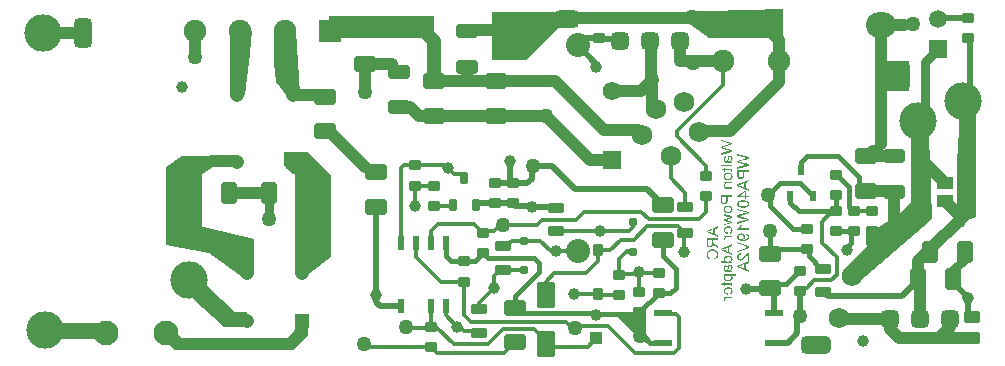
<source format=gbl>
%FSTAX23Y23*%
%MOIN*%
%SFA1B1*%

%IPPOS*%
%AMD49*
4,1,8,0.034500,0.029500,-0.034500,0.029500,-0.049200,0.014800,-0.049200,-0.014800,-0.034500,-0.029500,0.034500,-0.029500,0.049200,-0.014800,0.049200,0.014800,0.034500,0.029500,0.0*
1,1,0.029520,0.034500,0.014800*
1,1,0.029520,-0.034500,0.014800*
1,1,0.029520,-0.034500,-0.014800*
1,1,0.029520,0.034500,-0.014800*
%
%AMD50*
4,1,8,0.024600,0.029500,-0.024600,0.029500,-0.039400,0.014800,-0.039400,-0.014800,-0.024600,-0.029500,0.024600,-0.029500,0.039400,-0.014800,0.039400,0.014800,0.024600,0.029500,0.0*
1,1,0.029520,0.024600,0.014800*
1,1,0.029520,-0.024600,0.014800*
1,1,0.029520,-0.024600,-0.014800*
1,1,0.029520,0.024600,-0.014800*
%
%AMD51*
4,1,8,0.014800,0.049200,-0.014800,0.049200,-0.029500,0.034500,-0.029500,-0.034500,-0.014800,-0.049200,0.014800,-0.049200,0.029500,-0.034500,0.029500,0.034500,0.014800,0.049200,0.0*
1,1,0.029520,0.014800,0.034500*
1,1,0.029520,-0.014800,0.034500*
1,1,0.029520,-0.014800,-0.034500*
1,1,0.029520,0.014800,-0.034500*
%
%AMD52*
4,1,8,0.015000,0.049200,-0.015000,0.049200,-0.030000,0.034200,-0.030000,-0.034200,-0.015000,-0.049200,0.015000,-0.049200,0.030000,-0.034200,0.030000,0.034200,0.015000,0.049200,0.0*
1,1,0.030000,0.015000,0.034200*
1,1,0.030000,-0.015000,0.034200*
1,1,0.030000,-0.015000,-0.034200*
1,1,0.030000,0.015000,-0.034200*
%
%AMD54*
4,1,8,-0.022500,-0.035000,0.022500,-0.035000,0.030000,-0.027500,0.030000,0.027500,0.022500,0.035000,-0.022500,0.035000,-0.030000,0.027500,-0.030000,-0.027500,-0.022500,-0.035000,0.0*
1,1,0.015000,-0.022500,-0.027500*
1,1,0.015000,0.022500,-0.027500*
1,1,0.015000,0.022500,0.027500*
1,1,0.015000,-0.022500,0.027500*
%
%AMD56*
4,1,8,0.014800,0.029500,-0.014800,0.029500,-0.029500,0.014800,-0.029500,-0.014800,-0.014800,-0.029500,0.014800,-0.029500,0.029500,-0.014800,0.029500,0.014800,0.014800,0.029500,0.0*
1,1,0.029520,0.014800,0.014800*
1,1,0.029520,-0.014800,0.014800*
1,1,0.029520,-0.014800,-0.014800*
1,1,0.029520,0.014800,-0.014800*
%
%AMD69*
4,1,8,0.015300,0.017700,-0.015300,0.017700,-0.019700,0.013300,-0.019700,-0.013300,-0.015300,-0.017700,0.015300,-0.017700,0.019700,-0.013300,0.019700,0.013300,0.015300,0.017700,0.0*
1,1,0.008860,0.015300,0.013300*
1,1,0.008860,-0.015300,0.013300*
1,1,0.008860,-0.015300,-0.013300*
1,1,0.008860,0.015300,-0.013300*
%
%AMD72*
4,1,8,0.029000,0.025600,-0.029000,0.025600,-0.035400,0.019200,-0.035400,-0.019200,-0.029000,-0.025600,0.029000,-0.025600,0.035400,-0.019200,0.035400,0.019200,0.029000,0.025600,0.0*
1,1,0.012800,0.029000,0.019200*
1,1,0.012800,-0.029000,0.019200*
1,1,0.012800,-0.029000,-0.019200*
1,1,0.012800,0.029000,-0.019200*
%
%AMD73*
4,1,8,0.022600,0.019700,-0.022600,0.019700,-0.027600,0.014800,-0.027600,-0.014800,-0.022600,-0.019700,0.022600,-0.019700,0.027600,-0.014800,0.027600,0.014800,0.022600,0.019700,0.0*
1,1,0.009840,0.022600,0.014800*
1,1,0.009840,-0.022600,0.014800*
1,1,0.009840,-0.022600,-0.014800*
1,1,0.009840,0.022600,-0.014800*
%
%AMD74*
4,1,8,-0.025600,0.029000,-0.025600,-0.029000,-0.019200,-0.035400,0.019200,-0.035400,0.025600,-0.029000,0.025600,0.029000,0.019200,0.035400,-0.019200,0.035400,-0.025600,0.029000,0.0*
1,1,0.012800,-0.019200,0.029000*
1,1,0.012800,-0.019200,-0.029000*
1,1,0.012800,0.019200,-0.029000*
1,1,0.012800,0.019200,0.029000*
%
%AMD75*
4,1,8,-0.021600,-0.015700,0.021600,-0.015700,0.025600,-0.011800,0.025600,0.011800,0.021600,0.015700,-0.021600,0.015700,-0.025600,0.011800,-0.025600,-0.011800,-0.021600,-0.015700,0.0*
1,1,0.007880,-0.021600,-0.011800*
1,1,0.007880,0.021600,-0.011800*
1,1,0.007880,0.021600,0.011800*
1,1,0.007880,-0.021600,0.011800*
%
%AMD76*
4,1,8,-0.011800,-0.019700,0.011800,-0.019700,0.015700,-0.015700,0.015700,0.015700,0.011800,0.019700,-0.011800,0.019700,-0.015700,0.015700,-0.015700,-0.015700,-0.011800,-0.019700,0.0*
1,1,0.007880,-0.011800,-0.015700*
1,1,0.007880,0.011800,-0.015700*
1,1,0.007880,0.011800,0.015700*
1,1,0.007880,-0.011800,0.015700*
%
%AMD77*
4,1,8,-0.008900,-0.019700,0.008900,-0.019700,0.011800,-0.016700,0.011800,0.016700,0.008900,0.019700,-0.008900,0.019700,-0.011800,0.016700,-0.011800,-0.016700,-0.008900,-0.019700,0.0*
1,1,0.005900,-0.008900,-0.016700*
1,1,0.005900,0.008900,-0.016700*
1,1,0.005900,0.008900,0.016700*
1,1,0.005900,-0.008900,0.016700*
%
%AMD79*
4,1,8,0.029500,-0.035900,0.029500,0.035900,0.022100,0.043300,-0.022100,0.043300,-0.029500,0.035900,-0.029500,-0.035900,-0.022100,-0.043300,0.022100,-0.043300,0.029500,-0.035900,0.0*
1,1,0.014760,0.022100,-0.035900*
1,1,0.014760,0.022100,0.035900*
1,1,0.014760,-0.022100,0.035900*
1,1,0.014760,-0.022100,-0.035900*
%
%AMD80*
4,1,8,0.029800,0.022600,-0.029800,0.022600,-0.035400,0.017000,-0.035400,-0.017000,-0.029800,-0.022600,0.029800,-0.022600,0.035400,-0.017000,0.035400,0.017000,0.029800,0.022600,0.0*
1,1,0.011320,0.029800,0.017000*
1,1,0.011320,-0.029800,0.017000*
1,1,0.011320,-0.029800,-0.017000*
1,1,0.011320,0.029800,-0.017000*
%
%AMD81*
4,1,8,0.022600,0.015700,-0.022600,0.015700,-0.026600,0.011800,-0.026600,-0.011800,-0.022600,-0.015700,0.022600,-0.015700,0.026600,-0.011800,0.026600,0.011800,0.022600,0.015700,0.0*
1,1,0.007880,0.022600,0.011800*
1,1,0.007880,-0.022600,0.011800*
1,1,0.007880,-0.022600,-0.011800*
1,1,0.007880,0.022600,-0.011800*
%
%AMD82*
4,1,8,0.013800,-0.008900,0.013800,0.008900,0.010800,0.011800,-0.010800,0.011800,-0.013800,0.008900,-0.013800,-0.008900,-0.010800,-0.011800,0.010800,-0.011800,0.013800,-0.008900,0.0*
1,1,0.005900,0.010800,-0.008900*
1,1,0.005900,0.010800,0.008900*
1,1,0.005900,-0.010800,0.008900*
1,1,0.005900,-0.010800,-0.008900*
%
%ADD13C,0.010000*%
%ADD46C,0.059370*%
%ADD47R,0.059370X0.059370*%
%ADD48C,0.075000*%
G04~CAMADD=49~8~0.0~0.0~984.3~590.6~147.6~0.0~15~0.0~0.0~0.0~0.0~0~0.0~0.0~0.0~0.0~0~0.0~0.0~0.0~0.0~984.3~590.6*
%ADD49D49*%
G04~CAMADD=50~8~0.0~0.0~787.4~590.6~147.6~0.0~15~0.0~0.0~0.0~0.0~0~0.0~0.0~0.0~0.0~0~0.0~0.0~0.0~0.0~787.4~590.6*
%ADD50D50*%
G04~CAMADD=51~8~0.0~0.0~590.6~984.3~147.6~0.0~15~0.0~0.0~0.0~0.0~0~0.0~0.0~0.0~0.0~0~0.0~0.0~0.0~0.0~590.6~984.3*
%ADD51D51*%
G04~CAMADD=52~8~0.0~0.0~600.0~984.3~150.0~0.0~15~0.0~0.0~0.0~0.0~0~0.0~0.0~0.0~0.0~0~0.0~0.0~0.0~0.0~600.0~984.3*
%ADD52D52*%
%ADD53C,0.066930*%
G04~CAMADD=54~8~0.0~0.0~600.0~700.0~75.0~0.0~15~0.0~0.0~0.0~0.0~0~0.0~0.0~0.0~0.0~0~0.0~0.0~0.0~180.0~600.0~700.0*
%ADD54D54*%
%ADD55O,0.060000X0.070000*%
G04~CAMADD=56~8~0.0~0.0~590.6~590.6~147.6~0.0~15~0.0~0.0~0.0~0.0~0~0.0~0.0~0.0~0.0~0~0.0~0.0~0.0~0.0~590.6~590.6*
%ADD56D56*%
%ADD57C,0.080000*%
%ADD58C,0.062010*%
%ADD59R,0.062010X0.062010*%
%ADD60C,0.069000*%
%ADD61C,0.075200*%
%ADD62R,0.075200X0.075200*%
%ADD63C,0.039370*%
%ADD64R,0.039370X0.039370*%
%ADD65C,0.047560*%
%ADD66R,0.047560X0.047560*%
%ADD67C,0.082680*%
%ADD68C,0.050000*%
G04~CAMADD=69~8~0.0~0.0~393.7~354.3~44.3~0.0~15~0.0~0.0~0.0~0.0~0~0.0~0.0~0.0~0.0~0~0.0~0.0~0.0~0.0~393.7~354.3*
%ADD69D69*%
%ADD70R,0.055120X0.043310*%
%ADD71R,0.023620X0.033470*%
G04~CAMADD=72~8~0.0~0.0~708.7~511.8~64.0~0.0~15~0.0~0.0~0.0~0.0~0~0.0~0.0~0.0~0.0~0~0.0~0.0~0.0~0.0~708.7~511.8*
%ADD72D72*%
G04~CAMADD=73~8~0.0~0.0~551.2~393.7~49.2~0.0~15~0.0~0.0~0.0~0.0~0~0.0~0.0~0.0~0.0~0~0.0~0.0~0.0~0.0~551.2~393.7*
%ADD73D73*%
G04~CAMADD=74~8~0.0~0.0~708.7~511.8~64.0~0.0~15~0.0~0.0~0.0~0.0~0~0.0~0.0~0.0~0.0~0~0.0~0.0~0.0~90.0~512.0~708.0*
%ADD74D74*%
G04~CAMADD=75~8~0.0~0.0~511.8~315.0~39.4~0.0~15~0.0~0.0~0.0~0.0~0~0.0~0.0~0.0~0.0~0~0.0~0.0~0.0~180.0~512.0~315.0*
%ADD75D75*%
G04~CAMADD=76~8~0.0~0.0~315.0~393.7~39.4~0.0~15~0.0~0.0~0.0~0.0~0~0.0~0.0~0.0~0.0~0~0.0~0.0~0.0~180.0~316.0~394.0*
%ADD76D76*%
G04~CAMADD=77~8~0.0~0.0~236.2~393.7~29.5~0.0~15~0.0~0.0~0.0~0.0~0~0.0~0.0~0.0~0.0~0~0.0~0.0~0.0~180.0~236.0~394.0*
%ADD77D77*%
%ADD78R,0.019680X0.047240*%
G04~CAMADD=79~8~0.0~0.0~866.1~590.6~73.8~0.0~15~0.0~0.0~0.0~0.0~0~0.0~0.0~0.0~0.0~0~0.0~0.0~0.0~270.0~591.0~866.0*
%ADD79D79*%
G04~CAMADD=80~8~0.0~0.0~708.7~452.8~56.6~0.0~15~0.0~0.0~0.0~0.0~0~0.0~0.0~0.0~0.0~0~0.0~0.0~0.0~0.0~708.7~452.8*
%ADD80D80*%
G04~CAMADD=81~8~0.0~0.0~531.5~315.0~39.4~0.0~15~0.0~0.0~0.0~0.0~0~0.0~0.0~0.0~0.0~0~0.0~0.0~0.0~0.0~531.5~315.0*
%ADD81D81*%
G04~CAMADD=82~8~0.0~0.0~236.2~275.6~29.5~0.0~15~0.0~0.0~0.0~0.0~0~0.0~0.0~0.0~0.0~0~0.0~0.0~0.0~270.0~276.0~236.0*
%ADD82D82*%
%ADD83R,0.059060X0.023620*%
%ADD84C,0.039370*%
%ADD85C,0.019680*%
%ADD86C,0.031500*%
%ADD87C,0.013940*%
%ADD88C,0.021260*%
%ADD89C,0.015750*%
%ADD90C,0.013780*%
%ADD91C,0.047240*%
%ADD92R,0.110240X0.101530*%
%ADD93R,0.120470X0.183070*%
%ADD94R,0.224410X0.055120*%
%ADD95C,0.125000*%
%ADD96O,0.100000X0.085000*%
%LNadapter_pcb-1*%
%LPD*%
G36*
X03531Y04618D02*
X03185D01*
X03185Y04641*
X03184Y04692*
X03531*
Y04618*
G37*
G36*
X04696D02*
X04449D01*
X0433Y04704*
X04696Y04717*
Y04618*
G37*
G36*
X03948Y04657D02*
X03838Y04547D01*
X03726*
Y04704*
X03948*
Y04657*
G37*
G36*
X02916Y04536D02*
X02914Y04511D01*
X02901Y04429*
X02854*
Y04637*
X02925Y04641*
X02916Y04536*
G37*
G36*
X03073Y04641D02*
X03086Y04433D01*
X03044Y04425*
X03007Y04471*
X03Y04535*
Y04641*
X03073*
G37*
G36*
X03188Y04161D02*
X03062Y04165D01*
X03031Y04196*
Y0424*
X0311*
X03188Y04161*
G37*
G36*
X02877Y04188D02*
X02797D01*
X02639Y04084*
Y04188*
X02694Y04224*
X02877Y04228*
Y04188*
G37*
G36*
X05179Y04383D02*
X05192Y04019D01*
X05161Y03988*
X04948Y03807*
X04935Y03796*
X04897Y03846*
X04977Y03926*
X04972Y03931*
Y03968*
X05015Y03988*
X05074Y04027*
X05074Y04023*
X05122Y0407*
Y04326*
X05086Y04346*
X0511Y04393*
X05179Y04383*
G37*
G36*
X05338Y04389D02*
Y04023D01*
X05314Y04011*
X05274Y03991*
X05285Y04463*
X05338Y04389*
G37*
G36*
X05263Y03964D02*
X05208D01*
X0524Y03996*
X05263Y03964*
G37*
G36*
X03188Y04161D02*
Y03889D01*
X03118Y03834*
X0307*
Y04165*
X03188Y04161*
G37*
G36*
X02933Y03948D02*
Y03846D01*
X02901Y03814*
X02783Y03901*
X0264Y03929*
Y04018*
X02933Y03948*
G37*
G36*
X02826Y03744D02*
X02868Y03704D01*
X02909*
Y03657*
X02832*
X02688Y03787*
X02748Y03822*
X02826Y03744*
G37*
G36*
X03114Y03627D02*
X03064Y03578D01*
X02669*
X02625Y03622*
X02628Y03624*
X02622Y03629*
X02648Y03644*
X02653Y03649*
X02661*
X02692Y03618*
X03003*
X03045Y0362*
X03066Y03641*
X03082Y03677*
X03114*
Y03627*
G37*
G36*
X0424Y03602D02*
X04149Y03692D01*
X04141*
X0424Y03718*
Y03602*
G37*
G36*
X0448Y03986D02*
X04468Y03982D01*
Y03966*
X0448Y03962*
Y03956*
X04441Y03971*
Y03977*
X0448Y03992*
Y03986*
G37*
G36*
Y03946D02*
X04463D01*
Y0394*
X04463Y03939*
Y03939*
X04463Y03938*
X04463Y03938*
Y03938*
X04463Y03938*
Y03938*
X04463Y03937*
X04464Y03936*
X04464Y03936*
X04464Y03936*
X04464Y03936*
X04464Y03935*
X04464Y03935*
X04465Y03935*
X04466Y03934*
X04466Y03933*
X04466Y03933*
X04467Y03933*
X04467Y03933*
X04467Y03932*
X04468Y03932*
X04469Y03931*
X0447Y0393*
X04471Y0393*
X04471Y0393*
X04472Y03929*
X04472Y03929*
X04472Y03929*
X04472*
X0448Y03924*
Y03918*
X04469Y03924*
X04468Y03925*
X04467Y03926*
X04466Y03927*
X04466Y03927*
X04465Y03928*
X04465Y03928*
X04464Y03929*
X04464Y03929*
X04464Y03929*
X04464Y0393*
X04463Y03931*
X04463Y03931*
X04463Y03931*
X04462Y03932*
X04462Y03932*
X04462Y03931*
X04462Y0393*
X04462Y03929*
X04461Y03928*
X04461Y03927*
X04461Y03927*
X04461Y03926*
X0446Y03926*
X0446Y03925*
X0446Y03925*
X04459Y03924*
X04459Y03924*
X04459Y03924*
X04459Y03924*
X04459Y03924*
X04458Y03923*
X04458Y03923*
X04457Y03922*
X04455Y03921*
X04454Y03921*
X04453Y03921*
X04453Y03921*
X04453*
X04452Y03921*
X04452*
X04452*
X04452*
X04451Y03921*
X0445Y03921*
X04449Y03921*
X04448Y03922*
X04447Y03922*
X04447Y03922*
X04446Y03922*
X04446Y03922*
X04445Y03923*
X04444Y03924*
X04444Y03925*
X04443Y03925*
X04443Y03926*
X04443Y03926*
X04442Y03927*
X04442Y03927*
Y03927*
X04442Y03927*
X04442Y03928*
X04442Y03929*
X04442Y0393*
X04442Y03932*
X04441Y03933*
Y03933*
X04441Y03934*
Y03952*
X0448*
Y03946*
G37*
G36*
X04462Y03914D02*
X04464Y03914D01*
X04466Y03914*
X04467Y03914*
X04468Y03913*
X04468Y03913*
X04469Y03913*
X04469Y03913*
X0447Y03913*
X0447Y03913*
X0447Y03912*
X04471Y03912*
X04471*
X04472Y03912*
X04474Y03911*
X04475Y0391*
X04476Y03909*
X04477Y03908*
X04477Y03907*
X04478Y03907*
X04478Y03907*
X04478Y03907*
X04478Y03906*
X04478Y03906*
X04479Y03905*
X04479Y03903*
X0448Y03902*
X0448Y039*
X0448Y03899*
X0448Y03898*
X0448Y03898*
Y03897*
X0448Y03897*
Y03896*
X0448Y03895*
X0448Y03894*
X0448Y03892*
X0448Y03891*
X04479Y0389*
X04479Y0389*
X04479Y03889*
X04479Y03888*
X04478Y03888*
X04478Y03887*
X04478Y03887*
X04477Y03887*
X04477Y03886*
X04477Y03886*
X04477Y03886*
X04477Y03885*
X04476Y03885*
X04474Y03884*
X04473Y03883*
X04471Y03882*
X0447Y03881*
X0447Y03881*
X04469Y03881*
X04469Y03881*
X04468Y03881*
X04468Y0388*
X04468Y0388*
X04468*
X04466Y03886*
X04468Y03886*
X0447Y03887*
X04471Y03887*
X04472Y03888*
X04473Y03889*
X04473Y03889*
X04474Y03889*
X04474Y03889*
X04474Y0389*
X04474Y03891*
X04475Y03892*
X04476Y03893*
X04476Y03894*
X04476Y03895*
X04476Y03896*
Y03896*
X04476Y03896*
Y03897*
X04476Y03898*
X04476Y03899*
X04476Y039*
X04475Y03901*
X04475Y03902*
X04475Y03903*
X04475Y03903*
X04474Y03903*
X04474Y03903*
Y03903*
X04474Y03904*
X04473Y03905*
X04472Y03906*
X04471Y03907*
X0447Y03907*
X04469Y03907*
X04469Y03908*
X04469Y03908*
X04469Y03908*
X04469*
X04467Y03908*
X04466Y03909*
X04465Y03909*
X04463Y03909*
X04463Y03909*
X04462Y03909*
X04462*
X04461Y03909*
X04461*
X04461*
X0446*
X0446*
X04459Y03909*
X04458Y03909*
X04456Y03909*
X04455Y03909*
X04454Y03908*
X04454Y03908*
X04454Y03908*
X04453Y03908*
X04453Y03908*
X04453Y03908*
X04453*
X04452Y03907*
X04451Y03907*
X0445Y03906*
X04449Y03905*
X04448Y03905*
X04448Y03904*
X04447Y03904*
X04447Y03904*
Y03904*
X04447Y03903*
X04446Y03901*
X04446Y039*
X04445Y03899*
X04445Y03898*
X04445Y03898*
Y03897*
X04445Y03897*
Y03896*
X04445Y03895*
X04445Y03894*
X04446Y03893*
X04446Y03892*
X04446Y03891*
X04447Y0389*
X04447Y0389*
X04447Y0389*
X04448Y03889*
X04449Y03888*
X0445Y03888*
X04451Y03887*
X04452Y03887*
X04452Y03887*
X04452Y03886*
X04453Y03886*
X04453Y03886*
X04453Y03886*
X04453*
X04452Y03881*
X0445Y03882*
X04449Y03882*
X04448Y03883*
X04448Y03883*
X04447Y03884*
X04446Y03884*
X04446Y03884*
X04445Y03885*
X04445Y03885*
X04445Y03886*
X04444Y03886*
X04444Y03886*
X04444Y03886*
X04444Y03887*
X04444Y03887*
X04443Y03887*
X04443Y03888*
X04442Y03889*
X04442Y0389*
X04441Y03891*
X04441Y03893*
X04441Y03894*
X04441Y03894*
X04441Y03895*
X04441Y03895*
X04441Y03896*
Y03896*
X04441Y03898*
X04441Y039*
X04442Y03901*
X04442Y03902*
X04442Y03903*
X04442Y03903*
X04442Y03904*
X04443Y03904*
X04443Y03905*
X04443Y03905*
X04443Y03905*
X04443Y03906*
Y03906*
X04444Y03907*
X04445Y03908*
X04446Y03909*
X04447Y0391*
X04448Y03911*
X04449Y03911*
X04449Y03912*
X04449Y03912*
X0445Y03912*
X0445Y03912*
X0445*
X04452Y03913*
X04453Y03913*
X04455Y03914*
X04457Y03914*
X04458Y03914*
X04458Y03914*
X04459Y03914*
X04459*
X0446Y03914*
X0446*
X0446*
X0446*
X04462Y03914*
G37*
G36*
X04582Y04222D02*
Y04216D01*
X04553Y04208*
X04552Y04208*
X04551Y04208*
X04551Y04208*
X0455Y04208*
X04549Y04207*
X04549Y04207*
X04549Y04207*
X04548*
X04549Y04207*
X04549Y04207*
X04549Y04207*
X0455Y04207*
X04551Y04206*
X04552Y04206*
X04552Y04206*
X04553Y04206*
X04553Y04206*
X04553Y04206*
X04553*
X04582Y04198*
Y04193*
X04544Y04182*
Y04188*
X04568Y04194*
X0457Y04194*
X04572Y04194*
X04573Y04195*
X04574Y04195*
X04575Y04195*
X04575Y04195*
X04576Y04195*
X04576Y04195*
X04577Y04195*
X04577*
X04577Y04195*
X04577*
X04574Y04196*
X04572Y04196*
X0457Y04197*
X04569Y04197*
X04568Y04197*
X04567Y04198*
X04566Y04198*
X04565Y04198*
X04564Y04198*
X04564Y04198*
X04564Y04198*
X04563Y04198*
X04563*
X04544Y04204*
Y0421*
X0457Y04217*
X0457Y04217*
X0457Y04218*
X04571Y04218*
X04571Y04218*
X04572Y04218*
X04574Y04218*
X04575Y04219*
X04575Y04219*
X04576Y04219*
X04576Y04219*
X04577Y04219*
X04577Y04219*
X04577*
X04575Y04219*
X04574Y0422*
X04573Y0422*
X04571Y0422*
X0457Y0422*
X0457Y04221*
X0457Y04221*
X04569Y04221*
X04569Y04221*
X04569Y04221*
X04569*
X04544Y04227*
Y04232*
X04582Y04222*
G37*
G36*
Y04173D02*
X04567D01*
Y04163*
X04566Y04161*
X04566Y0416*
X04566Y04159*
X04566Y04157*
X04566Y04156*
X04565Y04156*
X04565Y04155*
X04565Y04154*
X04565Y04153*
X04564Y04153*
X04564Y04152*
X04564Y04152*
X04563Y04152*
X04563Y04152*
X04563Y04152*
X04563Y04151*
X04563Y04151*
X04562Y0415*
X04561Y0415*
X0456Y0415*
X04559Y04149*
X04558Y04149*
X04557Y04149*
X04557Y04148*
X04556Y04148*
X04556Y04148*
X04555Y04148*
X04555*
X04555*
X04555*
X04554Y04148*
X04553Y04148*
X04552Y04149*
X04551Y04149*
X04551Y04149*
X0455Y04149*
X0455Y04149*
X0455Y04149*
X04549Y0415*
X04548Y0415*
X04547Y04151*
X04547Y04151*
X04546Y04152*
X04546Y04152*
X04546Y04153*
X04546Y04153*
X04546Y04153*
X04545Y04154*
X04545Y04155*
X04545Y04156*
X04544Y04156*
X04544Y04157*
X04544Y04157*
Y04157*
X04544Y04158*
X04544Y04159*
X04544Y0416*
X04544Y04161*
X04544Y04162*
Y04178*
X04582*
Y04173*
G37*
G36*
Y04141D02*
X04571Y04136D01*
Y0412*
X04582Y04116*
Y0411*
X04544Y04126*
Y04131*
X04582Y04146*
Y04141*
G37*
G36*
X04573Y04093D02*
X04582D01*
Y04088*
X04573*
Y04083*
X04569*
Y04088*
X04544*
Y04092*
X04569Y0411*
X04573*
Y04093*
G37*
G36*
X04565Y04078D02*
X04567Y04078D01*
X04569Y04078*
X0457Y04078*
X04572Y04077*
X04573Y04077*
X04574Y04077*
X04575Y04076*
X04576Y04076*
X04577Y04076*
X04577Y04075*
X04578Y04075*
X04578Y04075*
X04579Y04075*
X04579Y04074*
X04579Y04074*
X0458Y04074*
X0458Y04073*
X04581Y04072*
X04581Y04072*
X04582Y04071*
X04582Y0407*
X04582Y04069*
X04582Y04068*
X04583Y04068*
X04583Y04067*
X04583Y04067*
X04583Y04066*
Y04066*
X04583Y04064*
X04582Y04063*
X04582Y04062*
X04582Y04061*
X04581Y0406*
X04581Y04059*
X04581Y04059*
X04581Y04059*
X04581Y04059*
Y04059*
X0458Y04058*
X04579Y04057*
X04578Y04056*
X04577Y04056*
X04576Y04055*
X04575Y04055*
X04575Y04055*
X04575Y04055*
X04574Y04055*
X04574Y04054*
X04574*
X04573Y04054*
X04573Y04054*
X04571Y04054*
X04569Y04053*
X04567Y04053*
X04566Y04053*
X04566Y04053*
X04565*
X04564Y04053*
X04564*
X04564*
X04563*
X04563*
X04561Y04053*
X0456*
X04559Y04053*
X04559Y04053*
X04558Y04053*
X04557Y04053*
X04557Y04053*
X04556Y04054*
X04556Y04054*
X04555Y04054*
X04555Y04054*
X04555Y04054*
X04554*
X04554Y04054*
X04554*
X04553Y04054*
X04552Y04055*
X04551Y04055*
X0455Y04055*
X04549Y04056*
X04549Y04056*
X04549Y04056*
X04548Y04056*
X04548Y04057*
X04547Y04058*
X04546Y04058*
X04546Y04059*
X04545Y04059*
X04545Y0406*
X04545Y0406*
X04545Y0406*
X04544Y04061*
X04544Y04062*
X04544Y04063*
X04544Y04064*
X04544Y04064*
X04544Y04065*
Y04066*
X04544Y04067*
X04544Y04068*
X04544Y0407*
X04545Y04071*
X04545Y04071*
X04546Y04072*
X04546Y04072*
X04546Y04072*
X04546Y04073*
Y04073*
X04547Y04074*
X04548Y04074*
X04549Y04075*
X0455Y04076*
X04551Y04076*
X04551Y04076*
X04552Y04076*
X04552Y04077*
X04552Y04077*
X04552Y04077*
X04552*
X04553Y04077*
X04554Y04077*
X04556Y04078*
X04558Y04078*
X04559Y04078*
X0456Y04078*
X04561Y04078*
X04562*
X04562Y04078*
X04563*
X04563*
X04563*
X04563*
X04565Y04078*
G37*
G36*
X04582Y0404D02*
Y04034D01*
X04553Y04026*
X04552Y04026*
X04551Y04026*
X04551Y04026*
X0455Y04026*
X04549Y04025*
X04549Y04025*
X04549Y04025*
X04548*
X04549Y04025*
X04549Y04025*
X04549Y04025*
X0455Y04025*
X04551Y04025*
X04552Y04024*
X04552Y04024*
X04553Y04024*
X04553Y04024*
X04553Y04024*
X04553*
X04582Y04016*
Y04011*
X04544Y04*
Y04006*
X04568Y04012*
X0457Y04012*
X04572Y04012*
X04573Y04013*
X04574Y04013*
X04575Y04013*
X04575Y04013*
X04576Y04013*
X04576Y04013*
X04577Y04013*
X04577*
X04577Y04014*
X04577*
X04574Y04014*
X04572Y04014*
X0457Y04015*
X04569Y04015*
X04568Y04015*
X04567Y04016*
X04566Y04016*
X04565Y04016*
X04564Y04016*
X04564Y04016*
X04564Y04016*
X04563Y04017*
X04563*
X04544Y04022*
Y04028*
X0457Y04035*
X0457Y04036*
X0457Y04036*
X04571Y04036*
X04571Y04036*
X04572Y04036*
X04574Y04036*
X04575Y04037*
X04575Y04037*
X04576Y04037*
X04576Y04037*
X04577Y04037*
X04577Y04037*
X04577*
X04575Y04038*
X04574Y04038*
X04573Y04038*
X04571Y04038*
X0457Y04039*
X0457Y04039*
X0457Y04039*
X04569Y04039*
X04569Y04039*
X04569Y04039*
X04569*
X04544Y04045*
Y0405*
X04582Y0404*
G37*
G36*
X04557Y03993D02*
X04557Y03992D01*
X04557Y03991*
X04556Y03991*
X04556Y0399*
X04556Y0399*
X04555Y03989*
X04555Y03989*
Y03989*
X04555Y03988*
X04554Y03987*
X04554Y03986*
X04553Y03986*
X04553Y03985*
X04552Y03985*
X04552Y03985*
X04552Y03985*
X04582*
Y0398*
X04544*
Y03983*
X04545Y03983*
X04545Y03984*
X04546Y03985*
X04547Y03986*
X04548Y03986*
X04548Y03987*
X04549Y03987*
X04549Y03987*
X04549Y03987*
X0455Y03988*
X04551Y03989*
X04551Y03991*
X04552Y03992*
X04553Y03993*
X04553Y03993*
X04553Y03993*
X04553Y03994*
X04553Y03994*
X04553Y03994*
Y03994*
X04558*
X04557Y03993*
G37*
G36*
X04558Y03968D02*
X04559Y03968D01*
X04559Y03967*
X0456Y03967*
X04561Y03967*
X04562Y03967*
X04563Y03966*
X04563Y03966*
X04564Y03966*
X04564Y03966*
X04565Y03965*
X04565Y03965*
X04565Y03965*
X04566Y03965*
X04566Y03965*
X04566Y03965*
X04566Y03964*
X04567Y03963*
X04567Y03963*
X04568Y03962*
X04568Y03961*
X04568Y03961*
X04569Y03959*
X04569Y03958*
X04569Y03958*
X04569Y03957*
X04569Y03957*
Y03956*
X04569Y03955*
X04569Y03954*
X04569Y03954*
X04568Y03953*
X04568Y03952*
X04568Y03952*
X04568Y03951*
X04568Y03951*
X04567Y0395*
X04567Y0395*
X04566Y03949*
X04565Y03948*
X04565Y03948*
X04564Y03948*
X04564Y03947*
X04564Y03947*
X04565*
X04565*
X04565*
X04565*
X04566*
X04567Y03947*
X04568Y03947*
X04569Y03948*
X0457Y03948*
X0457Y03948*
X04571Y03948*
X04571*
X04571Y03948*
X04571*
X04572Y03948*
X04573Y03949*
X04573Y03949*
X04574Y03949*
X04575Y03949*
X04575Y0395*
X04575Y0395*
X04575Y0395*
X04576Y0395*
X04576Y03951*
X04577Y03951*
X04577Y03951*
X04578Y03952*
X04578Y03952*
X04578Y03952*
X04578Y03952*
X04578Y03953*
X04579Y03954*
X04579Y03954*
X04579Y03955*
X04579Y03955*
X04579Y03956*
Y03956*
X04579Y03957*
X04579Y03958*
X04578Y03959*
X04578Y03959*
X04578Y0396*
X04578Y0396*
X04578Y0396*
X04578Y0396*
X04577Y03961*
X04576Y03961*
X04575Y03962*
X04575Y03962*
X04574Y03962*
X04573Y03962*
X04573Y03963*
X04573Y03963*
X04573*
X04573*
X04573Y03967*
X04575Y03967*
X04576Y03966*
X04578Y03966*
X04579Y03965*
X04579Y03965*
X0458Y03964*
X0458Y03964*
X0458Y03964*
X0458Y03964*
X04581Y03963*
X04582Y03961*
X04582Y0396*
X04583Y03959*
X04583Y03958*
X04583Y03957*
Y03957*
X04583Y03957*
Y03956*
X04583Y03955*
X04582Y03953*
X04582Y03952*
X04582Y03951*
X04581Y0395*
X04581Y0395*
X04581Y03949*
X04581Y03949*
X04581Y03949*
X04581Y03949*
Y03949*
X0458Y03948*
X04579Y03947*
X04578Y03946*
X04576Y03945*
X04575Y03945*
X04575Y03945*
X04575Y03944*
X04574Y03944*
X04574Y03944*
X04574Y03944*
X04574*
X04573Y03944*
X04572Y03944*
X0457Y03943*
X04568Y03943*
X04566Y03943*
X04566Y03943*
X04565Y03943*
X04564*
X04563Y03943*
X04563*
X04563*
X04562*
X04562*
X04561*
X0456Y03943*
X04559Y03943*
X04557Y03943*
X04557Y03943*
X04556Y03943*
X04555Y03943*
X04554Y03943*
X04554Y03943*
X04553Y03944*
X04552Y03944*
X04552Y03944*
X04552Y03944*
X04552Y03944*
X04551Y03944*
X04551*
X0455Y03945*
X04549Y03946*
X04548Y03946*
X04547Y03947*
X04546Y03948*
X04546Y03948*
X04546Y03949*
X04546Y03949*
X04546Y03949*
Y03949*
X04545Y0395*
X04544Y03951*
X04544Y03952*
X04544Y03953*
X04544Y03954*
X04544Y03955*
Y03955*
X04544Y03955*
Y03956*
X04544Y03957*
X04544Y03958*
X04544Y03958*
X04544Y03959*
X04545Y03961*
X04545Y03961*
X04545Y03962*
X04546Y03963*
X04546Y03963*
X04546Y03963*
X04547Y03964*
X04547Y03964*
X04547Y03964*
X04547Y03964*
X04547Y03964*
X04548Y03965*
X04549Y03965*
X04549Y03966*
X0455Y03966*
X04551Y03967*
X04552Y03967*
X04553Y03967*
X04554Y03967*
X04555Y03968*
X04555Y03968*
X04556Y03968*
X04556Y03968*
X04556*
X04557*
X04557*
X04558Y03968*
G37*
G36*
X04582Y03925D02*
Y0392D01*
X04544Y03905*
Y0391*
X04572Y0392*
X04573Y03921*
X04574Y03921*
X04575Y03922*
X04576Y03922*
X04577Y03922*
X04577Y03922*
X04578Y03922*
X04578Y03922*
X04578Y03922*
X04578*
X04576Y03923*
X04575Y03923*
X04574Y03924*
X04573Y03924*
X04572Y03924*
X04572Y03924*
X04572Y03924*
X04572Y03924*
X04572*
X04544Y03934*
Y0394*
X04582Y03925*
G37*
G36*
Y03877D02*
X04578D01*
Y03896*
X04577Y03896*
X04576Y03895*
X04576Y03895*
X04575Y03894*
X04575Y03894*
X04575Y03894*
X04575Y03894*
X04575Y03894*
X04574Y03893*
X04573Y03892*
X04572Y03891*
X04571Y0389*
X04571Y0389*
X04571Y03889*
X0457Y03889*
X0457Y03889*
X0457Y03889*
X04569Y03888*
X04569Y03887*
X04568Y03886*
X04567Y03886*
X04567Y03885*
X04566Y03884*
X04566Y03884*
X04565Y03883*
X04565Y03883*
X04565Y03882*
X04564Y03882*
X04564Y03882*
X04564Y03882*
X04563Y03881*
X04562Y0388*
X04561Y0388*
X0456Y03879*
X0456Y03879*
X04559Y03879*
X04559Y03878*
X04559Y03878*
X04558Y03878*
X04557Y03878*
X04556Y03878*
X04556Y03878*
X04555Y03877*
X04555Y03877*
X04554*
X04554*
X04553Y03877*
X04553Y03878*
X04551Y03878*
X0455Y03878*
X04549Y03879*
X04548Y0388*
X04548Y0388*
X04547Y0388*
X04547Y0388*
X04547Y03881*
X04547Y03881*
X04547Y03881*
X04546Y03881*
X04546Y03882*
X04545Y03883*
X04545Y03883*
X04544Y03885*
X04544Y03886*
X04544Y03887*
X04544Y03888*
X04544Y03888*
X04544Y03889*
X04544Y03889*
Y03889*
X04544Y0389*
X04544Y03891*
X04544Y03893*
X04544Y03894*
X04544Y03895*
X04545Y03895*
X04545Y03896*
X04545Y03896*
X04546Y03897*
X04546Y03897*
X04546Y03898*
X04546Y03898*
X04546Y03898*
X04546Y03898*
X04546Y03898*
X04547Y03899*
X04548Y03899*
X04549Y039*
X0455Y03901*
X04552Y03901*
X04553Y03902*
X04553Y03902*
X04554Y03902*
X04554Y03902*
X04554Y03902*
X04555*
X04555*
X04555Y03897*
X04554Y03897*
X04553Y03897*
X04552Y03896*
X04551Y03896*
X0455Y03896*
X0455Y03895*
X0455Y03895*
X0455Y03895*
X04549Y03894*
X04548Y03893*
X04548Y03892*
X04548Y03891*
X04548Y03891*
X04548Y0389*
X04547Y0389*
Y0389*
X04548Y03888*
X04548Y03887*
X04548Y03886*
X04548Y03886*
X04549Y03885*
X04549Y03885*
X04549Y03884*
X04549Y03884*
X0455Y03884*
X04551Y03883*
X04552Y03883*
X04553Y03882*
X04553Y03882*
X04554Y03882*
X04554Y03882*
X04554*
X04554*
X04555Y03882*
X04556Y03883*
X04557Y03883*
X04558Y03883*
X04559Y03884*
X04559Y03884*
X0456Y03884*
X0456Y03884*
X0456Y03884*
X0456*
X0456Y03885*
X04561Y03885*
X04562Y03886*
X04562Y03887*
X04564Y03888*
X04565Y0389*
X04566Y03891*
X04567Y03891*
X04567Y03892*
X04568Y03892*
X04568Y03893*
X04568Y03893*
X04568Y03893*
X04569Y03894*
X0457Y03896*
X04571Y03897*
X04572Y03898*
X04573Y03898*
X04573Y03899*
X04574Y03899*
X04574Y03899*
X04574*
X04575Y039*
X04576Y03901*
X04577Y03901*
X04577Y03901*
X04578Y03902*
X04578Y03902*
X04579Y03902*
X04579Y03902*
X04579*
X0458Y03902*
X0458Y03903*
X04581Y03903*
X04581Y03903*
X04582Y03903*
X04582*
X04582*
X04582*
Y03877*
G37*
G36*
Y03869D02*
X04571Y03865D01*
Y03849*
X04582Y03844*
Y03839*
X04544Y03854*
Y0386*
X04582Y03875*
Y03869*
G37*
G36*
X04527Y04269D02*
Y04264D01*
X04498Y04256*
X04497Y04255*
X04496Y04255*
X04496Y04255*
X04495Y04255*
X04494Y04255*
X04494Y04255*
X04493Y04254*
X04493*
X04493Y04254*
X04494Y04254*
X04494Y04254*
X04495Y04254*
X04496Y04254*
X04497Y04254*
X04497Y04253*
X04497Y04253*
X04498Y04253*
X04498Y04253*
X04498*
X04527Y04245*
Y0424*
X04489Y0423*
Y04235*
X04513Y04241*
X04515Y04241*
X04517Y04242*
X04518Y04242*
X04519Y04242*
X0452Y04242*
X0452Y04242*
X04521Y04242*
X04521Y04243*
X04521Y04243*
X04522*
X04522Y04243*
X04522*
X04519Y04243*
X04517Y04244*
X04515Y04244*
X04514Y04244*
X04513Y04245*
X04512Y04245*
X04511Y04245*
X0451Y04245*
X04509Y04245*
X04509Y04246*
X04508Y04246*
X04508Y04246*
X04508*
X04489Y04251*
Y04257*
X04515Y04265*
X04515Y04265*
X04515Y04265*
X04516Y04265*
X04516Y04265*
X04517Y04265*
X04519Y04266*
X0452Y04266*
X0452Y04266*
X04521Y04266*
X04521Y04266*
X04521Y04266*
X04522Y04266*
X04522*
X0452Y04267*
X04519Y04267*
X04518Y04267*
X04516Y04267*
X04515Y04268*
X04515Y04268*
X04515Y04268*
X04514Y04268*
X04514Y04268*
X04514Y04268*
X04514*
X04489Y04274*
Y04279*
X04527Y04269*
G37*
G36*
X04521Y04227D02*
X04522Y04227D01*
X04523Y04226*
X04524Y04226*
X04525Y04225*
X04525Y04225*
X04525Y04225*
X04525Y04225*
X04526Y04224*
X04527Y04222*
X04527Y04221*
X04527Y0422*
X04528Y04219*
X04528Y04219*
Y04218*
X04528Y04218*
Y04218*
X04528Y04217*
X04528Y04216*
X04527Y04215*
X04527Y04214*
X04527Y04213*
X04527Y04213*
X04527Y04213*
X04527Y04212*
X04526Y04211*
X04526Y04211*
X04525Y0421*
X04525Y04209*
X04524Y04208*
X04524Y04208*
X04524Y04207*
X04524Y04207*
X04524Y04207*
X04525Y04207*
X04526Y04207*
X04526Y04207*
X04526Y04207*
X04527Y04206*
X04527Y04206*
X04527Y04206*
Y04201*
X04526Y04202*
X04525Y04202*
X04525Y04202*
X04524Y04203*
X04524Y04203*
X04524Y04203*
X04524*
X04523Y04203*
X04523Y04203*
X04522*
X04522Y04203*
X0452Y04203*
X04519*
X04518Y04203*
X04517*
X04516*
X04516*
X04516*
X04515*
X04515*
X04509*
X04508*
X04507Y04203*
X04506Y04203*
X04506*
X04505Y04203*
X04505Y04203*
X04505Y04203*
X04505*
X04504Y04203*
X04503Y04204*
X04503Y04204*
X04502Y04204*
X04502Y04204*
X04502Y04205*
X04502Y04205*
X04502Y04205*
X04501Y04205*
X04501Y04206*
X045Y04206*
X045Y04207*
X045Y04207*
X045Y04208*
X045Y04208*
X04499Y04208*
X04499Y04209*
X04499Y0421*
X04499Y04211*
X04499Y04212*
X04499Y04213*
X04499Y04213*
Y04214*
X04499Y04215*
X04499Y04216*
X04499Y04217*
X04499Y04218*
X04499Y04219*
X04499Y0422*
X04499Y0422*
X045Y0422*
X045Y0422*
Y0422*
X045Y04221*
X045Y04222*
X04501Y04223*
X04501Y04223*
X04502Y04224*
X04502Y04224*
X04502Y04224*
X04502Y04224*
X04503Y04225*
X04504Y04225*
X04505Y04226*
X04505Y04226*
X04506Y04226*
X04507Y04226*
X04507Y04226*
X04507Y04226*
X04507*
X04508Y04222*
X04507Y04221*
X04506Y04221*
X04505Y04221*
X04505Y0422*
X04504Y0422*
X04504Y0422*
X04504Y04219*
X04504Y04219*
X04503Y04219*
X04503Y04218*
X04503Y04217*
X04503Y04216*
X04503Y04216*
X04502Y04215*
Y04214*
X04503Y04213*
X04503Y04212*
X04503Y04211*
X04503Y0421*
X04504Y0421*
X04504Y04209*
X04504Y04209*
X04504Y04209*
X04505Y04209*
X04505Y04208*
X04506Y04208*
X04507Y04208*
X04507Y04208*
X04508Y04208*
X04508*
X04508*
X04508*
X04508*
X04508*
X04509*
X04509Y04208*
X04509*
X04509*
X0451Y04208*
X0451Y04209*
X0451Y0421*
X0451Y04212*
X04511Y04213*
X04511Y04214*
X04511Y04215*
X04511Y04215*
X04511Y04216*
Y04216*
X04511Y04216*
Y04216*
X04511Y04217*
X04511Y04218*
X04511Y04219*
X04512Y04219*
X04512Y0422*
X04512Y0422*
X04512Y0422*
Y0422*
X04512Y04221*
X04512Y04222*
X04512Y04222*
X04513Y04223*
X04513Y04223*
X04513Y04223*
X04513Y04224*
X04513Y04224*
X04514Y04224*
X04514Y04225*
X04515Y04225*
X04515Y04226*
X04515Y04226*
X04516Y04226*
X04516Y04226*
X04516Y04226*
X04517Y04226*
X04517Y04227*
X04518Y04227*
X04519Y04227*
X04519Y04227*
X04519Y04227*
X0452*
X0452*
X04521Y04227*
G37*
G36*
X04527Y04191D02*
X04489D01*
Y04196*
X04527*
Y04191*
G37*
G36*
X04503Y04183D02*
X04519D01*
X0452*
X0452*
X04521Y04183*
X04522*
X04522Y04183*
X04523Y04183*
X04523Y04183*
X04524Y04183*
X04524Y04182*
X04524Y04182*
X04525*
X04525Y04182*
X04525Y04182*
X04526Y04182*
X04526Y04181*
X04526Y04181*
X04526Y04181*
X04527Y0418*
X04527Y0418*
X04527Y0418*
X04527Y04179*
X04527Y04178*
X04527Y04178*
X04527Y04177*
X04527Y04177*
Y04176*
X04527Y04175*
X04527Y04175*
X04527Y04174*
X04527Y04173*
X04527Y04173*
X04527Y04173*
Y04173*
X04523Y04173*
X04523Y04174*
Y04175*
X04523Y04175*
Y04176*
X04523Y04176*
X04523Y04177*
X04523Y04177*
X04523Y04177*
X04522Y04178*
X04522Y04178*
X04522Y04178*
X04522Y04178*
X04522Y04178*
X04521Y04178*
X0452Y04178*
X0452Y04178*
X0452*
X04519*
X04519*
X04503*
Y04173*
X04499*
Y04178*
X0449*
X04492Y04183*
X04499*
Y04186*
X04503*
Y04183*
G37*
G36*
X04514Y04171D02*
X04516Y0417D01*
X04517Y0417*
X04518Y0417*
X04519Y0417*
X0452Y04169*
X0452Y04169*
X04521Y04169*
X04522Y04168*
X04522Y04168*
X04523Y04168*
X04523Y04168*
X04524Y04167*
X04524Y04167*
X04524Y04167*
X04524Y04167*
X04525Y04166*
X04525Y04166*
X04526Y04165*
X04526Y04164*
X04526Y04163*
X04527Y04162*
X04527Y04161*
X04527Y0416*
X04528Y0416*
X04528Y04159*
X04528Y04159*
X04528Y04158*
Y04158*
X04528Y04156*
X04527Y04155*
X04527Y04154*
X04527Y04153*
X04527Y04152*
X04526Y04151*
X04526Y04151*
X04526Y04151*
X04526Y04151*
Y04151*
X04525Y0415*
X04525Y04149*
X04524Y04148*
X04523Y04147*
X04522Y04147*
X04522Y04146*
X04521Y04146*
X04521Y04146*
X04521*
X0452Y04146*
X04519Y04145*
X04517Y04145*
X04516Y04145*
X04515Y04145*
X04515Y04145*
X04514*
X04514Y04144*
X04513*
X04513*
X04513*
X04513*
X04512Y04145*
X0451Y04145*
X04509Y04145*
X04508Y04145*
X04507Y04145*
X04507Y04146*
X04506Y04146*
X04505Y04146*
X04504Y04147*
X04504Y04147*
X04503Y04147*
X04503Y04148*
X04503Y04148*
X04503Y04148*
X04502Y04148*
X04502Y04148*
X04502Y04149*
X04501Y0415*
X04501Y0415*
X045Y04151*
X045Y04152*
X045Y04153*
X04499Y04154*
X04499Y04155*
X04499Y04156*
X04499Y04156*
X04499Y04157*
X04499Y04157*
Y04158*
X04499Y04158*
X04499Y04159*
X04499Y04161*
X045Y04163*
X045Y04163*
X045Y04164*
X045Y04164*
X04501Y04165*
X04501Y04165*
X04501Y04166*
X04501Y04166*
X04502Y04166*
X04502Y04166*
X04502Y04166*
X04502Y04167*
X04503Y04168*
X04504Y04168*
X04505Y04169*
X04506Y04169*
X04507Y0417*
X04508Y0417*
X04509Y0417*
X0451Y0417*
X04511Y0417*
X04511Y0417*
X04512Y04171*
X04512*
X04513Y04171*
X04513*
X04513*
X04514Y04171*
G37*
G36*
X04527Y04134D02*
X04512D01*
X04511*
X0451Y04134*
X04509Y04134*
X04508Y04134*
X04508Y04134*
X04507Y04134*
X04507Y04133*
X04506Y04133*
X04506Y04133*
X04505Y04133*
X04505Y04132*
X04505Y04132*
X04505Y04132*
X04504Y04131*
X04503Y0413*
X04503Y0413*
X04503Y04129*
X04503Y04128*
X04503Y04127*
Y04127*
X04503Y04126*
X04503Y04126*
X04503Y04125*
X04503Y04125*
X04503Y04124*
X04503Y04124*
X04503Y04124*
X04504Y04124*
X04504Y04123*
X04504Y04123*
X04505Y04122*
X04505Y04122*
X04505Y04122*
X04506Y04122*
X04506Y04122*
X04506*
X04506Y04121*
X04507Y04121*
X04508Y04121*
X04509Y04121*
X04509Y04121*
X0451*
X0451*
X0451*
X0451*
X04527*
Y04116*
X0451*
X04509*
X04508Y04116*
X04507Y04116*
X04506*
X04506Y04117*
X04506Y04117*
X04505Y04117*
X04505*
X04505Y04117*
X04504Y04117*
X04503Y04117*
X04503Y04118*
X04502Y04118*
X04502Y04118*
X04502Y04118*
X04502Y04118*
X04501Y04119*
X04501Y04119*
X04501Y0412*
X045Y0412*
X045Y04121*
X045Y04121*
X045Y04121*
X045Y04121*
X04499Y04122*
X04499Y04123*
X04499Y04124*
X04499Y04124*
X04499Y04125*
X04499Y04125*
Y04126*
X04499Y04127*
X04499Y04128*
X04499Y04129*
X04499Y0413*
X045Y04131*
X045Y04131*
X045Y04132*
X04501Y04132*
X04501Y04133*
X04502Y04133*
X04502Y04134*
X04502Y04134*
X04503Y04134*
X04503Y04135*
X04503Y04135*
X04503Y04135*
X04499*
Y04139*
X04527*
Y04134*
G37*
G36*
Y04088D02*
X04511D01*
Y04079*
X04511Y04077*
X04511Y04076*
X04511Y04075*
X04511Y04073*
X04511Y04072*
X0451Y04072*
X0451Y04071*
X0451Y0407*
X04509Y04069*
X04509Y04069*
X04509Y04068*
X04509Y04068*
X04508Y04068*
X04508Y04068*
X04508Y04067*
X04508Y04067*
X04507Y04067*
X04507Y04066*
X04506Y04066*
X04505Y04066*
X04504Y04065*
X04503Y04065*
X04502Y04065*
X04502Y04064*
X04501Y04064*
X04501Y04064*
X045Y04064*
X045*
X045*
X045*
X04499Y04064*
X04498Y04064*
X04497Y04065*
X04496Y04065*
X04495Y04065*
X04495Y04065*
X04495Y04065*
X04495Y04065*
X04494Y04066*
X04493Y04066*
X04492Y04067*
X04492Y04067*
X04491Y04068*
X04491Y04068*
X04491Y04068*
X04491Y04069*
X0449Y04069*
X0449Y0407*
X0449Y04071*
X04489Y04072*
X04489Y04072*
X04489Y04073*
X04489Y04073*
Y04073*
X04489Y04074*
X04489Y04075*
X04489Y04076*
X04489Y04077*
X04489Y04078*
Y04094*
X04527*
Y04088*
G37*
G36*
X04514Y0406D02*
X04516Y0406D01*
X04517Y0406*
X04518Y0406*
X04519Y04059*
X0452Y04059*
X0452Y04059*
X04521Y04058*
X04522Y04058*
X04522Y04058*
X04523Y04057*
X04523Y04057*
X04524Y04057*
X04524Y04057*
X04524Y04057*
X04524Y04057*
X04525Y04056*
X04525Y04055*
X04526Y04054*
X04526Y04054*
X04526Y04053*
X04527Y04052*
X04527Y04051*
X04527Y0405*
X04528Y04049*
X04528Y04049*
X04528Y04048*
X04528Y04048*
Y04047*
X04528Y04046*
X04527Y04045*
X04527Y04043*
X04527Y04042*
X04527Y04042*
X04526Y04041*
X04526Y04041*
X04526Y04041*
X04526Y04041*
Y0404*
X04525Y04039*
X04525Y04038*
X04524Y04038*
X04523Y04037*
X04522Y04036*
X04522Y04036*
X04521Y04036*
X04521Y04036*
X04521*
X0452Y04035*
X04519Y04035*
X04517Y04035*
X04516Y04034*
X04515Y04034*
X04515Y04034*
X04514*
X04514Y04034*
X04513*
X04513*
X04513*
X04513*
X04512Y04034*
X0451Y04034*
X04509Y04034*
X04508Y04035*
X04507Y04035*
X04507Y04035*
X04506Y04036*
X04505Y04036*
X04504Y04036*
X04504Y04037*
X04503Y04037*
X04503Y04037*
X04503Y04037*
X04503Y04038*
X04502Y04038*
X04502Y04038*
X04502Y04038*
X04501Y04039*
X04501Y0404*
X045Y04041*
X045Y04042*
X045Y04042*
X04499Y04044*
X04499Y04045*
X04499Y04045*
X04499Y04046*
X04499Y04046*
X04499Y04047*
Y04047*
X04499Y04048*
X04499Y04049*
X04499Y04051*
X045Y04052*
X045Y04053*
X045Y04053*
X045Y04054*
X04501Y04055*
X04501Y04055*
X04501Y04055*
X04501Y04056*
X04502Y04056*
X04502Y04056*
X04502Y04056*
X04502Y04057*
X04503Y04057*
X04504Y04058*
X04505Y04058*
X04506Y04059*
X04507Y04059*
X04508Y04059*
X04509Y0406*
X0451Y0406*
X04511Y0406*
X04511Y0406*
X04512Y0406*
X04512*
X04513Y0406*
X04513*
X04513*
X04514Y0406*
G37*
G36*
X04527Y04024D02*
Y04019D01*
X04506Y04013*
X0451Y04012*
X04527Y04007*
Y04003*
X04499Y03994*
Y03998*
X04515Y04003*
X04521Y04005*
X04515Y04006*
X04499Y0401*
Y04015*
X04516Y0402*
X04516Y0402*
X04517Y0402*
X04518Y0402*
X04519Y0402*
X04519Y04021*
X0452Y04021*
X0452Y04021*
X0452Y04021*
X04521Y04021*
X04521Y04021*
X04521Y04021*
X04521Y04021*
X04521*
X04515Y04023*
X04499Y04027*
Y04032*
X04527Y04024*
G37*
G36*
X04515Y03991D02*
X04516Y03991D01*
X04517Y03991*
X04518Y03991*
X04519Y03991*
X0452Y0399*
X04521Y0399*
X04521Y0399*
X04522Y03989*
X04522Y03989*
X04523Y03989*
X04523Y03988*
X04524Y03988*
X04524Y03988*
X04524Y03988*
X04524Y03988*
X04525Y03987*
X04525Y03986*
X04526Y03986*
X04526Y03985*
X04526Y03984*
X04527Y03983*
X04527Y03982*
X04527Y03981*
X04528Y0398*
X04528Y0398*
X04528Y03979*
X04528Y03979*
Y03978*
X04528Y03976*
X04527Y03975*
X04527Y03973*
X04527Y03972*
X04526Y03972*
X04526Y03971*
X04526Y03971*
X04526Y03971*
X04526Y03971*
X04525Y0397*
X04525Y0397*
Y0397*
X04524Y03969*
X04523Y03968*
X04522Y03968*
X04521Y03967*
X0452Y03966*
X0452Y03966*
X04519Y03966*
X04519Y03966*
X04519Y03966*
X04519Y03966*
X04519*
X04518Y03971*
X04519Y03971*
X0452Y03972*
X04521Y03972*
X04521Y03973*
X04522Y03973*
X04522Y03973*
X04522Y03974*
X04523Y03974*
X04523Y03974*
X04523Y03975*
X04523Y03976*
X04524Y03977*
X04524Y03977*
X04524Y03978*
Y03978*
X04524Y03979*
X04523Y03981*
X04523Y03982*
X04523Y03982*
X04522Y03983*
X04522Y03984*
X04522Y03984*
X04521Y03984*
X0452Y03985*
X04519Y03985*
X04518Y03986*
X04517Y03986*
X04516Y03986*
X04516Y03986*
X04515Y03986*
X04515*
X04515Y03987*
X04514*
X04514*
Y03966*
X04514Y03966*
X04513*
X04513*
X04513*
X04512Y03966*
X04511Y03966*
X0451Y03966*
X04509Y03966*
X04508Y03967*
X04507Y03967*
X04506Y03967*
X04505Y03968*
X04505Y03968*
X04504Y03968*
X04504Y03969*
X04503Y03969*
X04503Y03969*
X04503Y03969*
X04502Y03969*
X04502Y03969*
X04502Y0397*
X04501Y03971*
X04501Y03971*
X045Y03972*
X045Y03973*
X045Y03974*
X04499Y03975*
X04499Y03976*
X04499Y03976*
X04499Y03977*
X04499Y03978*
X04499Y03978*
Y03978*
X04499Y0398*
X04499Y03981*
X04499Y03981*
X04499Y03982*
X045Y03983*
X045Y03984*
X045Y03985*
X04501Y03985*
X04501Y03986*
X04501Y03986*
X04502Y03987*
X04502Y03987*
X04502Y03987*
X04502Y03988*
X04502Y03988*
X04502Y03988*
X04503Y03988*
X04504Y03989*
X04505Y03989*
X04506Y0399*
X04507Y0399*
X04508Y03991*
X04509Y03991*
X0451Y03991*
X04511Y03991*
X04512Y03991*
X04512Y03991*
X04513Y03991*
X04513*
X04513*
X04513*
X04515Y03991*
G37*
G36*
X04527Y03955D02*
X04512D01*
X04511Y03955*
X0451Y03955*
X04509Y03955*
X04509Y03955*
X04508Y03955*
X04507Y03955*
X04507Y03955*
X04507Y03955*
X04506Y03954*
X04506Y03954*
X04505Y03954*
X04505Y03953*
X04505Y03953*
X04505Y03953*
X04504Y03953*
X04504Y03953*
X04504Y03952*
X04504Y03952*
X04504Y03951*
X04504Y03951*
X04503Y03951*
X04503Y0395*
Y0395*
X04503Y03949*
X04504Y03949*
X04504Y03948*
X04504Y03948*
X04504Y03947*
X04504Y03947*
X04504Y03947*
X04504Y03947*
X045Y03945*
X045Y03946*
X04499Y03947*
X04499Y03948*
X04499Y03948*
X04499Y03949*
X04499Y03949*
Y0395*
X04499Y0395*
X04499Y03951*
X04499Y03951*
X04499Y03952*
X04499Y03952*
X04499Y03953*
X045Y03953*
X045Y03953*
X045Y03953*
X04501Y03954*
X04501Y03954*
X04502Y03955*
X04502Y03955*
X04503Y03955*
X04503Y03956*
X04503Y03956*
X04499*
Y0396*
X04527*
Y03955*
G37*
G36*
Y03925D02*
X04515Y03921D01*
Y03905*
X04527Y03901*
Y03895*
X04489Y03911*
Y03916*
X04527Y03931*
Y03925*
G37*
G36*
X04515Y03893D02*
X04516Y03893D01*
X04517Y03893*
X04519Y03892*
X0452Y03892*
X0452Y03892*
X0452Y03892*
X0452Y03892*
X04521Y03892*
X04521Y03892*
X04521*
X04522Y03891*
X04523Y0389*
X04524Y0389*
X04525Y03889*
X04525Y03888*
X04526Y03888*
X04526Y03887*
X04526Y03887*
Y03887*
X04526Y03886*
X04527Y03885*
X04527Y03884*
X04527Y03883*
X04528Y03882*
X04528Y03882*
X04528Y03882*
Y03881*
X04528Y0388*
X04528Y03879*
X04527Y03879*
X04527Y03878*
X04527Y03877*
X04526Y03877*
X04526Y03876*
X04526Y03875*
X04525Y03875*
X04525Y03875*
X04525Y03874*
X04524Y03874*
X04524Y03874*
X04524Y03874*
X04524Y03874*
X04524Y03873*
X04527*
Y03869*
X04489*
Y03874*
X04502*
X04502Y03874*
X04501Y03875*
X04501Y03875*
X045Y03876*
X045Y03876*
X045Y03877*
X045Y03877*
X045Y03877*
X04499Y03878*
X04499Y03879*
X04499Y03879*
X04499Y0388*
X04499Y03881*
X04499Y03881*
Y03881*
X04499Y03883*
X04499Y03884*
X04499Y03885*
X04499Y03886*
X045Y03887*
X045Y03887*
X045Y03888*
X045Y03888*
Y03888*
X04501Y03889*
X04502Y03889*
X04503Y0389*
X04504Y03891*
X04504Y03891*
X04505Y03892*
X04505Y03892*
X04505Y03892*
X04506Y03892*
X04506*
X04507Y03892*
X04508Y03893*
X0451Y03893*
X04511Y03893*
X04512Y03893*
X04512*
X04512Y03893*
X04513*
X04513*
X04513*
X04513*
X04515Y03893*
G37*
G36*
X04521Y03863D02*
X04522Y03863D01*
X04523Y03862*
X04524Y03862*
X04525Y03862*
X04525Y03861*
X04525Y03861*
X04525Y03861*
X04526Y0386*
X04527Y03859*
X04527Y03857*
X04527Y03856*
X04528Y03855*
X04528Y03855*
Y03854*
X04528Y03854*
Y03854*
X04528Y03853*
X04528Y03852*
X04527Y03851*
X04527Y0385*
X04527Y03849*
X04527Y03849*
X04527Y03849*
X04527Y03849*
X04526Y03848*
X04526Y03847*
X04525Y03846*
X04525Y03845*
X04524Y03844*
X04524Y03844*
X04524Y03844*
X04524Y03843*
X04524Y03843*
X04525Y03843*
X04526Y03843*
X04526Y03843*
X04526Y03843*
X04527Y03843*
X04527Y03843*
X04527Y03843*
Y03838*
X04526Y03838*
X04525Y03838*
X04525Y03839*
X04524Y03839*
X04524Y03839*
X04524Y03839*
X04524*
X04523Y03839*
X04523Y03839*
X04522*
X04522Y03839*
X0452Y03839*
X04519*
X04518Y03839*
X04517*
X04516*
X04516*
X04516*
X04515*
X04515*
X04509*
X04508*
X04507Y03839*
X04506Y03839*
X04506*
X04505Y03839*
X04505Y03839*
X04505Y03839*
X04505*
X04504Y0384*
X04503Y0384*
X04503Y0384*
X04502Y0384*
X04502Y0384*
X04502Y03841*
X04502Y03841*
X04502Y03841*
X04501Y03841*
X04501Y03842*
X045Y03842*
X045Y03843*
X045Y03843*
X045Y03844*
X045Y03844*
X04499Y03844*
X04499Y03845*
X04499Y03846*
X04499Y03847*
X04499Y03848*
X04499Y03849*
X04499Y03849*
Y0385*
X04499Y03851*
X04499Y03852*
X04499Y03853*
X04499Y03854*
X04499Y03855*
X04499Y03856*
X04499Y03856*
X045Y03856*
X045Y03856*
Y03856*
X045Y03857*
X045Y03858*
X04501Y03859*
X04501Y03859*
X04502Y0386*
X04502Y0386*
X04502Y0386*
X04502Y0386*
X04503Y03861*
X04504Y03861*
X04505Y03862*
X04505Y03862*
X04506Y03862*
X04507Y03862*
X04507Y03862*
X04507Y03862*
X04507*
X04508Y03858*
X04507Y03857*
X04506Y03857*
X04505Y03857*
X04505Y03856*
X04504Y03856*
X04504Y03856*
X04504Y03855*
X04504Y03855*
X04503Y03855*
X04503Y03854*
X04503Y03853*
X04503Y03852*
X04503Y03852*
X04502Y03851*
Y03851*
X04503Y03849*
X04503Y03848*
X04503Y03847*
X04503Y03846*
X04504Y03846*
X04504Y03845*
X04504Y03845*
X04504Y03845*
X04505Y03845*
X04505Y03844*
X04506Y03844*
X04507Y03844*
X04507Y03844*
X04508Y03844*
X04508*
X04508*
X04508*
X04508*
X04508*
X04509*
X04509Y03844*
X04509*
X04509*
X0451Y03844*
X0451Y03845*
X0451Y03846*
X0451Y03848*
X04511Y03849*
X04511Y0385*
X04511Y03851*
X04511Y03851*
X04511Y03852*
Y03852*
X04511Y03852*
Y03852*
X04511Y03853*
X04511Y03854*
X04511Y03855*
X04512Y03855*
X04512Y03856*
X04512Y03856*
X04512Y03856*
Y03856*
X04512Y03857*
X04512Y03858*
X04512Y03858*
X04513Y03859*
X04513Y03859*
X04513Y0386*
X04513Y0386*
X04513Y0386*
X04514Y0386*
X04514Y03861*
X04515Y03861*
X04515Y03862*
X04515Y03862*
X04516Y03862*
X04516Y03862*
X04516Y03862*
X04517Y03863*
X04517Y03863*
X04518Y03863*
X04519Y03863*
X04519Y03863*
X04519Y03863*
X0452*
X0452*
X04521Y03863*
G37*
G36*
X04538Y03827D02*
X04524D01*
X04525Y03827*
X04525Y03826*
X04526Y03826*
X04526Y03825*
X04526Y03825*
X04527Y03824*
X04527Y03824*
X04527Y03824*
X04527Y03823*
X04527Y03823*
X04527Y03822*
X04528Y03821*
X04528Y03821*
X04528Y0382*
Y0382*
X04528Y03819*
X04527Y03817*
X04527Y03816*
X04527Y03816*
X04526Y03815*
X04526Y03814*
X04526Y03814*
X04526Y03814*
X04526Y03814*
Y03814*
X04525Y03813*
X04524Y03812*
X04523Y03811*
X04523Y0381*
X04522Y0381*
X04521Y0381*
X04521Y03809*
X04521Y03809*
X04521Y03809*
X04521*
X04519Y03809*
X04518Y03808*
X04517Y03808*
X04516Y03808*
X04514Y03808*
X04514*
X04514Y03808*
X04513*
X04513*
X04513*
X04513*
X04512Y03808*
X0451Y03808*
X04509Y03808*
X04508Y03808*
X04507Y03809*
X04507Y03809*
X04506Y03809*
X04506Y03809*
X04506Y03809*
X04506Y03809*
X04506*
X04504Y0381*
X04503Y0381*
X04502Y03811*
X04502Y03812*
X04501Y03812*
X04501Y03813*
X04501Y03813*
X045Y03813*
Y03813*
X045Y03814*
X04499Y03815*
X04499Y03816*
X04499Y03817*
X04499Y03818*
X04499Y03819*
Y03819*
X04499Y0382*
X04499Y03821*
X04499Y03822*
X04499Y03823*
X04499Y03823*
X045Y03824*
X045Y03824*
X045Y03824*
X045Y03825*
X04501Y03825*
X04501Y03826*
X04502Y03826*
X04502Y03827*
X04502Y03827*
X04503Y03827*
X04503Y03827*
X04499*
Y03832*
X04538*
Y03827*
G37*
G36*
X04503Y03801D02*
X04519D01*
X0452*
X0452*
X04521Y03801*
X04522*
X04522Y03801*
X04523Y03801*
X04523Y03801*
X04524Y03801*
X04524Y03801*
X04524Y03801*
X04525*
X04525Y038*
X04525Y038*
X04526Y038*
X04526Y03799*
X04526Y03799*
X04526Y03799*
X04527Y03799*
X04527Y03799*
X04527Y03798*
X04527Y03797*
X04527Y03797*
X04527Y03796*
X04527Y03795*
X04527Y03795*
Y03795*
X04527Y03793*
X04527Y03793*
X04527Y03792*
X04527Y03792*
X04527Y03791*
X04527Y03791*
Y03791*
X04523Y03792*
X04523Y03793*
Y03793*
X04523Y03793*
Y03794*
X04523Y03794*
X04523Y03795*
X04523Y03795*
X04523Y03795*
X04522Y03796*
X04522Y03796*
X04522Y03796*
X04522Y03796*
X04522Y03796*
X04521Y03796*
X0452Y03796*
X0452Y03796*
X0452*
X04519*
X04519*
X04503*
Y03792*
X04499*
Y03796*
X0449*
X04492Y03801*
X04499*
Y03805*
X04503*
Y03801*
G37*
G36*
X04515Y03789D02*
X04516Y03788D01*
X04517Y03788*
X04518Y03788*
X04519Y03788*
X0452Y03787*
X04521Y03787*
X04521Y03787*
X04522Y03786*
X04522Y03786*
X04523Y03786*
X04523Y03786*
X04524Y03785*
X04524Y03785*
X04524Y03785*
X04524Y03785*
X04525Y03784*
X04525Y03784*
X04526Y03783*
X04526Y03782*
X04526Y03781*
X04527Y0378*
X04527Y03779*
X04527Y03778*
X04528Y03777*
X04528Y03777*
X04528Y03776*
X04528Y03776*
Y03775*
X04528Y03774*
X04527Y03772*
X04527Y03771*
X04527Y0377*
X04526Y03769*
X04526Y03769*
X04526Y03768*
X04526Y03768*
X04526Y03768*
X04525Y03768*
X04525Y03767*
Y03767*
X04524Y03766*
X04523Y03765*
X04522Y03765*
X04521Y03764*
X0452Y03764*
X0452Y03763*
X04519Y03763*
X04519Y03763*
X04519Y03763*
X04519Y03763*
X04519*
X04518Y03768*
X04519Y03768*
X0452Y03769*
X04521Y03769*
X04521Y0377*
X04522Y0377*
X04522Y03771*
X04522Y03771*
X04523Y03771*
X04523Y03772*
X04523Y03772*
X04523Y03773*
X04524Y03774*
X04524Y03774*
X04524Y03775*
Y03775*
X04524Y03777*
X04523Y03778*
X04523Y03779*
X04523Y0378*
X04522Y0378*
X04522Y03781*
X04522Y03781*
X04521Y03781*
X0452Y03782*
X04519Y03783*
X04518Y03783*
X04517Y03783*
X04516Y03784*
X04516Y03784*
X04515Y03784*
X04515*
X04515Y03784*
X04514*
X04514*
Y03763*
X04514Y03763*
X04513*
X04513*
X04513*
X04512Y03763*
X04511Y03763*
X0451Y03763*
X04509Y03763*
X04508Y03764*
X04507Y03764*
X04506Y03764*
X04505Y03765*
X04505Y03765*
X04504Y03765*
X04504Y03766*
X04503Y03766*
X04503Y03766*
X04503Y03766*
X04502Y03766*
X04502Y03767*
X04502Y03767*
X04501Y03768*
X04501Y03769*
X045Y03769*
X045Y0377*
X045Y03771*
X04499Y03772*
X04499Y03773*
X04499Y03774*
X04499Y03774*
X04499Y03775*
X04499Y03775*
Y03776*
X04499Y03777*
X04499Y03778*
X04499Y03779*
X04499Y0378*
X045Y0378*
X045Y03781*
X045Y03782*
X04501Y03782*
X04501Y03783*
X04501Y03784*
X04502Y03784*
X04502Y03784*
X04502Y03785*
X04502Y03785*
X04502Y03785*
X04502Y03785*
X04503Y03786*
X04504Y03786*
X04505Y03787*
X04506Y03787*
X04507Y03787*
X04508Y03788*
X04509Y03788*
X0451Y03788*
X04511Y03788*
X04512Y03788*
X04512Y03789*
X04513Y03789*
X04513*
X04513*
X04513*
X04515Y03789*
G37*
G36*
X04527Y03752D02*
X04512D01*
X04511Y03752*
X0451Y03752*
X04509Y03752*
X04509Y03752*
X04508Y03752*
X04507Y03752*
X04507Y03752*
X04507Y03752*
X04506Y03751*
X04506Y03751*
X04505Y03751*
X04505Y03751*
X04505Y0375*
X04505Y0375*
X04504Y0375*
X04504Y0375*
X04504Y0375*
X04504Y03749*
X04504Y03749*
X04504Y03748*
X04503Y03748*
X04503Y03748*
Y03747*
X04503Y03747*
X04504Y03746*
X04504Y03745*
X04504Y03745*
X04504Y03744*
X04504Y03744*
X04504Y03744*
X04504Y03744*
X045Y03742*
X045Y03743*
X04499Y03744*
X04499Y03745*
X04499Y03745*
X04499Y03746*
X04499Y03747*
Y03747*
X04499Y03748*
X04499Y03748*
X04499Y03749*
X04499Y03749*
X04499Y03749*
X04499Y0375*
X045Y0375*
X045Y0375*
X045Y03751*
X04501Y03751*
X04501Y03752*
X04502Y03752*
X04502Y03752*
X04503Y03753*
X04503Y03753*
X04503Y03753*
X04499*
Y03757*
X04527*
Y03752*
G37*
%LNadapter_pcb-2*%
%LPC*%
G36*
X04464Y03981D02*
X04453Y03976D01*
X04451Y03976*
X0445Y03976*
X04449Y03975*
X04448Y03975*
X04447Y03975*
X04446Y03975*
X04446Y03974*
X04446Y03974*
X04446*
X04445Y03974*
X04445*
X04447Y03974*
X04448Y03973*
X04449Y03973*
X04451Y03973*
X04452Y03972*
X04452Y03972*
X04453Y03972*
X04453Y03972*
X04453Y03972*
X04453Y03972*
X04453*
X04464Y03968*
Y03981*
G37*
G36*
X04458Y03946D02*
X04446D01*
Y03934*
X04446Y03933*
X04446Y03932*
X04446Y0393*
X04447Y0393*
X04447Y03929*
X04447Y03928*
X04447Y03928*
X04447Y03928*
X04448Y03927*
X04449Y03927*
X0445Y03927*
X0445Y03926*
X04451Y03926*
X04451Y03926*
X04452*
X04452*
X04452*
X04453Y03926*
X04453Y03926*
X04454Y03926*
X04454Y03927*
X04455Y03927*
X04455Y03927*
X04455Y03927*
X04455Y03927*
X04456Y03928*
X04456Y03928*
X04457Y03929*
X04457Y03929*
X04457Y03929*
X04458Y0393*
X04458Y0393*
X04458Y0393*
X04458Y03931*
X04458Y03932*
X04458Y03933*
X04458Y03934*
X04458Y03934*
X04458Y03935*
Y03946*
G37*
G36*
X04562Y04173D02*
X04548D01*
Y04162*
X04548Y04161*
X04548Y0416*
X04548Y04159*
X04548Y04159*
X04549Y04158*
X04549Y04158*
Y04158*
X04549Y04157*
X04549Y04157*
X0455Y04156*
X0455Y04156*
X0455Y04155*
X04551Y04155*
X04551Y04155*
X04551Y04155*
X04552Y04154*
X04552Y04154*
X04553Y04154*
X04554Y04154*
X04554Y04154*
X04555Y04154*
X04555*
X04555*
X04556Y04154*
X04557Y04154*
X04558Y04154*
X04559Y04155*
X04559Y04155*
X0456Y04155*
X0456Y04156*
X0456Y04156*
X0456Y04156*
X04561Y04157*
X04561Y04158*
X04562Y04159*
X04562Y0416*
X04562Y04161*
X04562Y04161*
Y04162*
X04562Y04162*
Y04173*
G37*
G36*
X04566Y04135D02*
X04555Y04131D01*
X04554Y0413*
X04552Y0413*
X04551Y0413*
X0455Y04129*
X04549Y04129*
X04549Y04129*
X04548Y04129*
X04548Y04129*
X04548*
X04548Y04129*
X04548*
X04549Y04128*
X0455Y04128*
X04552Y04127*
X04553Y04127*
X04554Y04127*
X04555Y04126*
X04555Y04126*
X04555Y04126*
X04556Y04126*
X04556Y04126*
X04556*
X04566Y04122*
Y04135*
G37*
G36*
X04569Y04105D02*
X04551Y04093D01*
X04569*
Y04105*
G37*
G36*
X04564Y04073D02*
X04564D01*
X04563*
X04563*
X04562*
X0456Y04073*
X04559Y04073*
X04557Y04073*
X04556Y04073*
X04555Y04072*
X04554Y04072*
X04553Y04072*
X04553Y04072*
X04552Y04072*
X04551Y04071*
X04551Y04071*
X04551Y04071*
X0455Y04071*
X0455Y04071*
X0455*
X0455Y04071*
X04549Y0407*
X04549Y04069*
X04548Y04068*
X04548Y04068*
X04548Y04067*
X04548Y04066*
X04547Y04066*
Y04066*
X04548Y04065*
X04548Y04064*
X04548Y04063*
X04548Y04062*
X04549Y04062*
X0455Y04061*
X0455Y04061*
X04551Y0406*
X04551Y0406*
X04551*
X04551Y0406*
X04552Y04059*
X04553Y04059*
X04554Y04059*
X04556Y04058*
X04558Y04058*
X04559Y04058*
X0456Y04058*
X04561Y04058*
X04562*
X04562Y04058*
X04563*
X04563*
X04563*
X04565*
X04567Y04058*
X04568Y04058*
X04569Y04058*
X0457Y04058*
X04571Y04059*
X04572Y04059*
X04573Y04059*
X04574Y04059*
X04574Y04059*
X04575Y0406*
X04575Y0406*
X04576Y0406*
X04576Y0406*
X04576Y0406*
X04576*
X04576Y04061*
X04577Y04061*
X04577Y04061*
X04578Y04062*
X04578Y04063*
X04579Y04064*
X04579Y04064*
X04579Y04065*
X04579Y04065*
Y04066*
X04579Y04066*
X04579Y04067*
X04578Y04068*
X04578Y04069*
X04577Y0407*
X04577Y0407*
X04576Y04071*
X04576Y04071*
X04576Y04071*
X04576*
X04575Y04071*
X04574Y04072*
X04574Y04072*
X04573Y04072*
X0457Y04073*
X04568Y04073*
X04567Y04073*
X04566Y04073*
X04566Y04073*
X04565*
X04564Y04073*
G37*
G36*
X04557Y03963D02*
X04557D01*
X04557*
X04557*
X04555Y03963*
X04554Y03963*
X04553Y03962*
X04552Y03962*
X04551Y03961*
X04551Y03961*
X0455Y03961*
X0455Y03961*
X0455Y0396*
X04549Y0396*
X04549Y03959*
X04548Y03958*
X04548Y03957*
X04548Y03956*
X04548Y03956*
X04547Y03955*
Y03955*
X04548Y03954*
X04548Y03953*
X04548Y03952*
X04549Y03951*
X04549Y03951*
X0455Y0395*
X0455Y0395*
X0455Y0395*
X04551Y03949*
X04552Y03949*
X04553Y03948*
X04554Y03948*
X04555Y03948*
X04555Y03948*
X04556*
X04556Y03948*
X04556*
X04556*
X04556*
X04558Y03948*
X04559Y03948*
X0456Y03948*
X04561Y03949*
X04562Y03949*
X04562Y0395*
X04563Y0395*
X04563Y0395*
X04563Y03951*
X04564Y03952*
X04564Y03953*
X04565Y03953*
X04565Y03954*
X04565Y03955*
X04565Y03955*
Y03955*
X04565Y03956*
X04565Y03957*
X04564Y03958*
X04564Y03959*
X04563Y0396*
X04563Y0396*
X04563Y03961*
X04563Y03961*
X04562Y03961*
X04561Y03962*
X0456Y03962*
X04559Y03963*
X04558Y03963*
X04557Y03963*
X04557Y03963*
G37*
G36*
X04566Y03864D02*
X04555Y03859D01*
X04554Y03859*
X04552Y03858*
X04551Y03858*
X0455Y03858*
X04549Y03858*
X04549Y03858*
X04548Y03857*
X04548Y03857*
X04548*
X04548Y03857*
X04548*
X04549Y03857*
X0455Y03856*
X04552Y03856*
X04553Y03856*
X04554Y03855*
X04555Y03855*
X04555Y03855*
X04555Y03855*
X04556Y03855*
X04556Y03855*
X04556*
X04566Y03851*
Y03864*
G37*
G36*
X0452Y04222D02*
X0452D01*
X0452*
X04519Y04222*
X04519Y04222*
X04518Y04222*
X04518Y04222*
X04518Y04222*
X04517Y04221*
X04517*
X04517Y04221*
X04516Y0422*
X04516Y0422*
X04516Y0422*
X04516Y0422*
Y0422*
X04516Y04219*
X04515Y04218*
X04515Y04217*
X04515Y04216*
X04515Y04216*
X04515Y04216*
Y04215*
X04515Y04215*
X04515Y04214*
X04514Y04213*
X04514Y04212*
X04514Y04211*
X04514Y04211*
X04514Y0421*
X04514Y0421*
X04514Y04209*
X04513Y04209*
X04513Y04208*
X04513Y04208*
X04513Y04208*
X04513Y04208*
X04513Y04208*
X04515*
X04516Y04208*
X04517Y04208*
X04518Y04208*
X04518Y04208*
X04519Y04208*
X04519Y04208*
X0452Y04208*
X0452Y04208*
X0452Y04209*
X04521Y04209*
X04522Y0421*
X04522Y0421*
X04522Y04211*
X04523Y04211*
X04523Y04212*
X04523Y04212*
X04523Y04212*
X04524Y04213*
X04524Y04214*
X04524Y04215*
X04524Y04216*
X04524Y04216*
Y04216*
X04524Y04217*
X04524Y04218*
X04524Y04219*
X04523Y0422*
X04523Y0422*
X04523Y0422*
X04523Y04221*
X04523Y04221*
X04522Y04221*
X04522Y04221*
X04521Y04222*
X04521Y04222*
X0452Y04222*
X0452Y04222*
G37*
G36*
X04514Y04166D02*
X04513D01*
X04513*
X04513*
X04512*
X04511Y04166*
X0451Y04165*
X0451Y04165*
X04509Y04165*
X04508Y04165*
X04508Y04165*
X04507Y04165*
X04507Y04164*
X04506Y04164*
X04506Y04164*
X04506Y04164*
X04505Y04164*
X04505Y04164*
X04505Y04163*
X04505Y04163*
X04504Y04163*
X04504Y04162*
X04503Y04161*
X04503Y0416*
X04503Y04159*
X04503Y04158*
X04502Y04158*
Y04157*
X04503Y04156*
X04503Y04155*
X04503Y04154*
X04504Y04153*
X04504Y04153*
X04505Y04152*
X04505Y04152*
X04505Y04152*
X04505*
X04506Y04151*
X04508Y0415*
X04509Y0415*
X0451Y0415*
X04511Y04149*
X04512Y04149*
X04512*
X04513Y04149*
X04513*
X04513*
X04513*
X04514*
X04515Y04149*
X04516Y0415*
X04517Y0415*
X04517Y0415*
X04518Y0415*
X04519Y0415*
X04519Y04151*
X0452Y04151*
X0452Y04151*
X0452Y04151*
X04521Y04151*
X04521Y04151*
X04521Y04152*
X04521Y04152*
X04521*
X04522Y04152*
X04522Y04153*
X04523Y04154*
X04523Y04155*
X04523Y04155*
X04524Y04156*
X04524Y04157*
X04524Y04157*
Y04158*
X04524Y04158*
X04524Y04159*
X04523Y0416*
X04523Y04161*
X04523Y04162*
X04522Y04163*
X04522Y04163*
X04521Y04163*
X04521Y04163*
X04521Y04164*
X0452Y04164*
X04519Y04165*
X04517Y04165*
X04516Y04165*
X04515Y04166*
X04514Y04166*
X04514*
X04514Y04166*
G37*
G36*
X04507Y04088D02*
X04493D01*
Y04078*
X04493Y04077*
X04493Y04076*
X04493Y04075*
X04493Y04075*
X04493Y04074*
X04493Y04074*
Y04074*
X04494Y04073*
X04494Y04073*
X04494Y04072*
X04495Y04072*
X04495Y04071*
X04495Y04071*
X04496Y04071*
X04496Y04071*
X04496Y0407*
X04497Y0407*
X04498Y0407*
X04498Y0407*
X04499Y0407*
X045Y0407*
X045*
X045*
X04501Y0407*
X04502Y0407*
X04503Y0407*
X04504Y04071*
X04504Y04071*
X04505Y04071*
X04505Y04072*
X04505Y04072*
X04505Y04072*
X04506Y04073*
X04506Y04074*
X04506Y04075*
X04507Y04076*
X04507Y04077*
X04507Y04077*
Y04078*
X04507Y04078*
Y04088*
G37*
G36*
X04514Y04055D02*
X04513D01*
X04513*
X04513*
X04512*
X04511Y04055*
X0451Y04055*
X0451Y04055*
X04509Y04055*
X04508Y04055*
X04508Y04054*
X04507Y04054*
X04507Y04054*
X04506Y04054*
X04506Y04054*
X04506Y04053*
X04505Y04053*
X04505Y04053*
X04505Y04053*
X04505Y04053*
X04504Y04052*
X04504Y04051*
X04503Y0405*
X04503Y04049*
X04503Y04048*
X04503Y04048*
X04502Y04047*
Y04046*
X04503Y04046*
X04503Y04045*
X04503Y04044*
X04504Y04043*
X04504Y04042*
X04505Y04042*
X04505Y04041*
X04505Y04041*
X04505*
X04506Y04041*
X04508Y0404*
X04509Y0404*
X0451Y04039*
X04511Y04039*
X04512Y04039*
X04512*
X04513Y04039*
X04513*
X04513*
X04513*
X04514*
X04515Y04039*
X04516Y04039*
X04517Y04039*
X04517Y04039*
X04518Y0404*
X04519Y0404*
X04519Y0404*
X0452Y0404*
X0452Y04041*
X0452Y04041*
X04521Y04041*
X04521Y04041*
X04521Y04041*
X04521Y04041*
X04521*
X04522Y04042*
X04522Y04042*
X04523Y04043*
X04523Y04044*
X04523Y04045*
X04524Y04046*
X04524Y04047*
X04524Y04047*
Y04047*
X04524Y04048*
X04524Y04048*
X04523Y0405*
X04523Y04051*
X04523Y04051*
X04522Y04052*
X04522Y04053*
X04521Y04053*
X04521Y04053*
X04521Y04053*
X0452Y04054*
X04519Y04054*
X04517Y04055*
X04516Y04055*
X04515Y04055*
X04514Y04055*
X04514*
X04514Y04055*
G37*
G36*
X04511Y03986D02*
X04509Y03986D01*
X04508Y03986*
X04507Y03985*
X04506Y03985*
X04506Y03985*
X04505Y03984*
X04505Y03984*
X04505Y03984*
X04504Y03983*
X04503Y03982*
X04503Y03981*
X04503Y0398*
X04503Y0398*
X04502Y03979*
X04502Y03979*
Y03978*
X04502Y03978*
X04503Y03977*
X04503Y03976*
X04503Y03975*
X04504Y03974*
X04504Y03973*
X04505Y03973*
X04505Y03973*
X04505Y03973*
X04505*
X04506Y03972*
X04507Y03972*
X04508Y03971*
X04509Y03971*
X04509Y03971*
X0451Y03971*
X0451*
X0451Y03971*
X0451*
X04511*
Y03986*
G37*
G36*
X04511Y0392D02*
X045Y03916D01*
X04499Y03915*
X04497Y03915*
X04496Y03914*
X04495Y03914*
X04494Y03914*
X04494Y03914*
X04493Y03914*
X04493Y03914*
X04493*
X04493Y03914*
X04493*
X04494Y03913*
X04495Y03913*
X04497Y03912*
X04498Y03912*
X04499Y03911*
X04499Y03911*
X045Y03911*
X045Y03911*
X045Y03911*
X04501Y03911*
X04501*
X04511Y03907*
Y0392*
G37*
G36*
X04514Y03888D02*
X04513D01*
X04513*
X04513*
X04512*
X04511Y03888*
X0451Y03888*
X0451Y03888*
X04509Y03888*
X04508Y03888*
X04508Y03887*
X04507Y03887*
X04507Y03887*
X04506Y03887*
X04506Y03887*
X04506Y03887*
X04505Y03886*
X04505Y03886*
X04505Y03886*
X04505Y03886*
X04504Y03885*
X04504Y03885*
X04503Y03884*
X04503Y03883*
X04503Y03882*
X04503Y03882*
X04502Y03881*
Y0388*
X04503Y0388*
X04503Y03879*
X04503Y03878*
X04504Y03877*
X04504Y03876*
X04505Y03876*
X04505Y03876*
X04505Y03876*
X04505*
X04506Y03875*
X04506Y03875*
X04508Y03874*
X04509Y03874*
X0451Y03874*
X04512Y03873*
X04512Y03873*
X04513*
X04513Y03873*
X04513*
X04514*
X04514*
X04515*
X04515Y03873*
X04516Y03874*
X04517Y03874*
X04518Y03874*
X04518Y03874*
X04519Y03874*
X04519Y03874*
X0452Y03875*
X0452Y03875*
X04521Y03875*
X04521Y03875*
X04521Y03875*
X04521Y03875*
X04521Y03875*
X04521*
X04522Y03876*
X04522Y03876*
X04523Y03877*
X04523Y03878*
X04524Y03879*
X04524Y0388*
X04524Y0388*
X04524Y0388*
Y03881*
X04524Y03881*
X04524Y03882*
X04523Y03883*
X04523Y03884*
X04523Y03885*
X04522Y03885*
X04522Y03886*
X04521Y03886*
X04521Y03886*
X04521Y03886*
X0452Y03887*
X04519Y03887*
X04518Y03888*
X04516Y03888*
X04515Y03888*
X04515Y03888*
X04514*
X04514Y03888*
G37*
G36*
X0452Y03858D02*
X0452D01*
X0452*
X04519Y03858*
X04519Y03858*
X04518Y03858*
X04518Y03858*
X04518Y03858*
X04517Y03858*
X04517*
X04517Y03857*
X04516Y03856*
X04516Y03856*
X04516Y03856*
X04516Y03856*
Y03856*
X04516Y03855*
X04515Y03855*
X04515Y03853*
X04515Y03853*
X04515Y03852*
X04515Y03852*
Y03852*
X04515Y03851*
X04515Y0385*
X04514Y03849*
X04514Y03848*
X04514Y03847*
X04514Y03847*
X04514Y03846*
X04514Y03846*
X04514Y03845*
X04513Y03845*
X04513Y03845*
X04513Y03844*
X04513Y03844*
X04513Y03844*
X04513Y03844*
X04515*
X04516Y03844*
X04517Y03844*
X04518Y03844*
X04518Y03844*
X04519Y03844*
X04519Y03844*
X0452Y03845*
X0452Y03845*
X0452Y03845*
X04521Y03846*
X04522Y03846*
X04522Y03847*
X04522Y03847*
X04523Y03847*
X04523Y03848*
X04523Y03848*
X04523Y03849*
X04524Y03849*
X04524Y0385*
X04524Y03851*
X04524Y03852*
X04524Y03852*
Y03853*
X04524Y03854*
X04524Y03854*
X04524Y03855*
X04523Y03856*
X04523Y03856*
X04523Y03856*
X04523Y03857*
X04523Y03857*
X04522Y03857*
X04522Y03858*
X04521Y03858*
X04521Y03858*
X0452Y03858*
X0452Y03858*
G37*
G36*
X04514Y03827D02*
X04514D01*
X04513*
X04513*
X04512*
X04511Y03827*
X04511Y03827*
X0451Y03827*
X04509Y03827*
X04508Y03827*
X04508Y03827*
X04507Y03826*
X04507Y03826*
X04506Y03826*
X04506Y03826*
X04506Y03826*
X04505Y03825*
X04505Y03825*
X04505Y03825*
X04505*
X04505Y03825*
X04504Y03824*
X04504Y03824*
X04503Y03823*
X04503Y03822*
X04503Y03822*
X04502Y03821*
X04502Y0382*
X04502Y0382*
Y03819*
X04502Y03819*
X04503Y03818*
X04503Y03817*
X04504Y03816*
X04504Y03816*
X04505Y03815*
X04505Y03815*
X04505Y03815*
X04505*
X04505Y03814*
X04506Y03814*
X04507Y03813*
X04509Y03813*
X0451Y03813*
X04511Y03813*
X04512Y03813*
X04512*
X04512Y03812*
X04513*
X04513*
X04513*
X04514*
X04515Y03813*
X04516Y03813*
X04517Y03813*
X04517Y03813*
X04518Y03813*
X04519Y03813*
X04519Y03814*
X0452Y03814*
X0452Y03814*
X0452Y03814*
X04521Y03814*
X04521Y03815*
X04521Y03815*
X04521Y03815*
X04521*
X04522Y03815*
X04522Y03816*
X04523Y03817*
X04523Y03817*
X04523Y03818*
X04524Y03819*
X04524Y0382*
X04524Y0382*
Y0382*
X04524Y03821*
X04524Y03821*
X04523Y03822*
X04523Y03823*
X04523Y03824*
X04522Y03824*
X04522Y03825*
X04521Y03825*
X04521Y03825*
X04521Y03826*
X0452Y03826*
X04519Y03827*
X04518Y03827*
X04516Y03827*
X04515Y03827*
X04515Y03827*
X04514*
X04514Y03827*
G37*
G36*
X04511Y03783D02*
X04509Y03783D01*
X04508Y03783*
X04507Y03783*
X04506Y03782*
X04506Y03782*
X04505Y03781*
X04505Y03781*
X04505Y03781*
X04504Y0378*
X04503Y03779*
X04503Y03778*
X04503Y03778*
X04503Y03777*
X04502Y03776*
X04502Y03776*
Y03776*
X04502Y03775*
X04503Y03774*
X04503Y03773*
X04503Y03772*
X04504Y03771*
X04504Y03771*
X04505Y0377*
X04505Y0377*
X04505Y0377*
X04505*
X04506Y03769*
X04507Y03769*
X04508Y03769*
X04509Y03768*
X04509Y03768*
X0451Y03768*
X0451*
X0451Y03768*
X0451*
X04511*
Y03783*
G37*
%LNadapter_pcb-3*%
%LPD*%
G54D13*
X05048Y03683D02*
X05051Y03681D01*
X05292Y0402D02*
X05295Y04023D01*
X05147Y03811D02*
Y03814D01*
X05002Y04246D02*
X05021Y04266D01*
X05002Y04244D02*
Y04246D01*
X04999Y04242D02*
X05002Y04244D01*
X04997Y04242D02*
X04999D01*
X04979Y04224D02*
X04997Y04242D01*
X05312Y04618D02*
X05318Y04612D01*
X05279Y04007D02*
X05292Y0402D01*
X05098Y04661D02*
X05106Y04653D01*
X05021Y04661D02*
X05023D01*
X04074Y04687D02*
X04075Y04687D01*
X04614Y04661D02*
X04622Y04653D01*
X05295Y04409D02*
X05318Y04433D01*
X05212Y04683D02*
X05213Y04684D01*
X05314D02*
X05314Y04685D01*
X05312Y04618D02*
X05314D01*
X05147Y03805D02*
Y03811D01*
X05289Y04023D02*
X05295D01*
X05187Y03905D02*
X05196D01*
X0483Y0385D02*
X04834D01*
X04824D02*
X0483D01*
X04777Y03915D02*
X04783Y03909D01*
X0486Y04041D02*
X04874D01*
X05132Y04104D02*
X05133Y042D01*
X04926Y03836D02*
X05066Y03976D01*
X04216Y03838D02*
X04217Y03837D01*
X04282D02*
X04283Y03836D01*
X04149Y03839D02*
X04155Y03832D01*
X03681Y0372D02*
X03687D01*
X03681Y03726D02*
X03687Y0372D01*
X04216Y03704D02*
D01*
X04212Y037D02*
X04216Y03704D01*
X03668Y03874D02*
X03668D01*
X04366Y04058D02*
X0437Y04062D01*
X0344Y03657D02*
X03445Y03652D01*
X03522Y03657D02*
X03523Y03655D01*
X04363Y04055D02*
X04366Y04058D01*
X04392Y04687D02*
X04393Y04688D01*
X03862Y04629D02*
X03881Y04649D01*
X03913*
X03771Y04657D02*
X03796Y04632D01*
X04775Y03915D02*
X04777D01*
X04933Y04041D02*
D01*
X04874Y04163D02*
X04875D01*
X05066Y03976D02*
Y04007D01*
X04926Y03826D02*
Y03836D01*
X04881Y03686D02*
X04884Y03683D01*
X05147Y03814D02*
X05151Y03811D01*
X05251Y03681D02*
X05254Y03657D01*
X05066Y04106D02*
X05074D01*
X04972Y04224D02*
X04979D01*
X05066Y04106D02*
X05082Y0409D01*
X05062Y0411D02*
X05066Y04106D01*
X04968Y0411D02*
X04972D01*
X04948Y0413D02*
X04968Y0411D01*
X05301Y03896D02*
Y03905D01*
X05261Y03805D02*
Y03814D01*
X05314Y03751D02*
D01*
Y037D02*
X05326Y03688D01*
X04909Y03911D02*
Y03922D01*
X04922Y03964D02*
X04933Y03974D01*
X04874D02*
D01*
X04751Y03775D02*
X04764Y03787D01*
X04645Y04094D02*
X04653Y04086D01*
X04653Y03899D02*
X04669Y03915D01*
X0475Y03842D02*
X04751D01*
X04653Y03785D02*
X04667Y03799D01*
X04653Y03899D02*
D01*
X04651Y03783D02*
X04653Y03785D01*
X04665Y03773*
X04744Y03685D02*
X04751Y03692D01*
X04074Y04523D02*
Y04531D01*
X03758Y04644D02*
X03771Y04657D01*
X03753Y04638D02*
X03758Y04644D01*
X03751Y0457D02*
X03753Y04571D01*
X02735Y04555D02*
X02736Y04555D01*
X03641Y04641D02*
X03644Y04644D01*
X04149Y04615D02*
X04154Y0461D01*
X04254D02*
X04257Y04607D01*
Y04483D02*
X04259Y0448D01*
X04363Y04055D02*
X0437D01*
X0422Y03625D02*
X04231D01*
X04366Y03965D02*
X0437Y03968D01*
X04074Y03696D02*
X04078Y037D01*
X0407Y03701D02*
X04074Y03696D01*
X03803Y0372D02*
X03822Y03701D01*
X03522Y03589D02*
X03523Y03588D01*
X03299Y03598D02*
X03308Y03589D01*
X04078Y03765D02*
X04082Y03761D01*
X03833Y03845D02*
X03834Y03844D01*
X03859Y04632D02*
X03862Y04629D01*
X03763Y03925D02*
X03773D01*
X03763Y03846D02*
X03764Y03845D01*
X03753Y03846D02*
X03763D01*
X03732Y03787D02*
X03734Y0379D01*
X0361Y03657D02*
X03618D01*
X03905Y03598D02*
X03913Y0359D01*
X03905Y03598D02*
Y0361D01*
X03523Y03655D02*
X03526Y03652D01*
X03752Y03996D02*
X03763D01*
X03696Y03969D02*
X03702Y03974D01*
X04295Y03703D02*
X04299Y03699D01*
X03994Y03653D02*
X04003D01*
X03787Y04143D02*
X03795Y04135D01*
X03771Y04657D02*
Y04657D01*
X03858Y04188D02*
X03862Y04192D01*
X04151Y03828D02*
X04155Y03832D01*
X04149Y03828D02*
X04151D01*
X0421Y03832D02*
X04216Y03838D01*
X03864Y04045D02*
X03867Y04048D01*
X03939Y04054D02*
X0394Y04053D01*
X03858Y04055D02*
X03859Y04054D01*
X03795Y04068D02*
X03803Y0406D01*
X03852D02*
X03858Y04055D01*
X0394Y03974D02*
X03942Y03976D01*
X03936Y04048D02*
X0394Y04053D01*
X03671Y04062D02*
X03677Y04068D01*
X03592Y04059D02*
X03596Y04062D01*
X0353Y04126D02*
X03531Y04125D01*
X03468Y04127D02*
X03469Y04126D01*
X03633Y04153D02*
Y04165D01*
X03568Y04194D02*
X03578Y04185D01*
X03641Y04474D02*
Y04488D01*
X0374Y0436D02*
X03742Y04358D01*
X03303Y04452D02*
X03318Y04437D01*
X03415Y03724D02*
X03422Y03717D01*
X03393Y04531D02*
X03417Y04507D01*
X03488Y04652D02*
Y04657D01*
X03422Y03717D02*
Y03725D01*
X03338Y04057D02*
D01*
X03301Y0419D02*
X03318D01*
X03169Y04309D02*
X03183D01*
X03318Y0419D02*
X03338Y04171D01*
X03162Y04429D02*
X03169Y04423D01*
X02673Y04003D02*
Y04015D01*
X0272Y04204D02*
X02877D01*
X02692Y04177D02*
X0272Y04204D01*
X03003Y03598D02*
X03011Y03606D01*
X02678Y03598D02*
X03003D01*
X02639Y03637D02*
X02678Y03598D01*
X03094Y03629D02*
Y03677D01*
X0307Y03606D02*
X03094Y03629D01*
X03011Y03606D02*
X0307D01*
X02982Y04102D02*
X02984Y041D01*
X02734Y04102D02*
Y04112D01*
X027Y04146D02*
X02734Y04112D01*
X027Y04146D02*
Y04169D01*
X02692Y04177D02*
X027Y04169D01*
X02673Y04015D02*
Y0403D01*
X02734Y04091*
Y04102*
X02342Y03641D02*
X02435D01*
X0224D02*
X02342D01*
X02236Y03645D02*
X0224Y03641D01*
X02435D02*
X02439Y03637D01*
G54D46*
X05212Y04683D03*
G54D47*
X05212Y04583D03*
G54D48*
X04496Y04543D03*
X04683D03*
G54D49*
X04807Y03594D03*
G54D50*
X04551Y04681D03*
X03976D03*
G54D51*
X0509Y04492D03*
G54D52*
X02362Y04637D03*
G54D53*
X02673Y04015D03*
X03145D03*
G54D54*
X03771Y04657D03*
G54D55*
X03488Y04657D03*
G54D56*
X04354Y0461D03*
X04254D03*
X04154D03*
X05051Y03681D03*
X05151D03*
X05251D03*
G54D57*
X04011Y03909D03*
Y04594D03*
G54D58*
X04125Y04441D03*
G54D59*
X04125Y04211D03*
G54D60*
X04881Y03686D03*
X04416Y04306D03*
X04926Y03826D03*
X04321Y04226D03*
X04226Y04296D03*
X04271Y04381D03*
X04366Y04406D03*
G54D61*
X02735Y04641D03*
X02885D03*
X03035D03*
G54D62*
X03185Y04641D03*
G54D63*
X02692Y04456D03*
X04964Y0361D03*
X03338Y03763D03*
X03251Y0424D03*
X03003Y03598D03*
X05015Y03889D03*
X04909Y03911D03*
X04366Y03905D03*
X04216Y03838D03*
X0394Y03909D03*
X0361Y03657D03*
X04074Y04523D03*
X03858Y04055D03*
X04574Y03783D03*
X03787Y04208D03*
X05314Y03751D03*
X04Y03767D03*
X03732Y03787D03*
X04086Y03976D03*
X03578Y04185D03*
X03468Y04059D03*
X02814Y03708D03*
X04074Y03696D03*
X05287Y04007D03*
X05066D03*
G54D64*
X04074Y03618D03*
G54D65*
X02909Y03837D03*
X03094D03*
X02909Y03677D03*
X02877Y04204D03*
X03062Y04429D03*
X02877D03*
G54D66*
X03094Y03677D03*
X03062Y04204D03*
G54D67*
X02639Y03637D03*
X02439D03*
G54D68*
X04397Y04535D03*
X03299Y03598D03*
X04653Y03974D03*
X05303Y04216D03*
X03039Y04527D03*
X03401Y04645D03*
X04393Y04688D03*
X02885Y04523D03*
X02692Y04177D03*
X04259Y0448D03*
X04003Y03653D03*
X03763Y03996D03*
X0422Y03625D03*
X05129Y04665D03*
X04645Y04094D03*
X03905Y04358D03*
X03303Y0444D03*
X0344Y03657D03*
X04751Y03692D03*
X02342Y03641D03*
X02984Y04015D03*
X03751Y0457D03*
X02736Y04555D03*
X03862Y04629D03*
Y04192D03*
G54D69*
X05314Y04618D03*
Y04685D03*
X04751Y03775D03*
Y03842D03*
X04149Y03828D03*
Y03761D03*
X03523Y03655D03*
Y03588D03*
X04216Y03771D03*
Y03704D03*
X04082Y04687D03*
Y0462D03*
X03633Y03807D03*
Y03874D03*
X03795Y04068D03*
Y04135D03*
X03468Y04194D03*
Y04127D03*
X03531Y04059D03*
Y04125D03*
X04775Y03982D03*
Y03915D03*
X04992Y04041D03*
Y03974D03*
X04874Y04163D03*
Y04096D03*
X04933Y04041D03*
Y03974D03*
X04874Y04041D03*
Y03974D03*
X04283Y03769D03*
Y03836D03*
X0444Y04159D03*
Y04092D03*
X03696Y03902D03*
Y03969D03*
X03736Y04135D03*
Y04068D03*
G54D70*
X05236Y04076D03*
Y04135D03*
G54D71*
X04757Y04178D03*
X0472Y04093D03*
X04795D03*
G54D72*
X04653Y03899D03*
Y03785D03*
X03803Y0372D03*
Y03606D03*
X04295Y04061D03*
Y03946D03*
X03169Y04309D03*
Y04423D03*
X0374Y04474D03*
Y0436D03*
X03531Y04474D03*
Y0436D03*
X04972Y04224D03*
Y0411D03*
X03338Y04171D03*
Y04057D03*
X03303Y04531D03*
Y04645D03*
G54D73*
X05326Y03688D03*
Y03618D03*
G54D74*
X05187Y03905D03*
X05301D03*
X05147Y03814D03*
X05261D03*
X02982Y04102D03*
X03096D03*
X02734D03*
X02848D03*
G54D75*
X03681Y03716D03*
Y03637D03*
X0394Y03974D03*
Y04053D03*
X0483Y0385D03*
Y03771D03*
X03763Y03925D03*
Y03846D03*
G54D76*
X04078Y03911D03*
Y03765D03*
G54D77*
X03633Y04153D03*
X03596Y04062D03*
X03671D03*
G54D78*
X03572Y03935D03*
Y03725D03*
X03522D03*
X03422D03*
X03522Y03935D03*
X03472D03*
X03422D03*
G54D79*
X03905Y03763D03*
Y03598D03*
G54D80*
X03417Y04389D03*
Y04507D03*
X03641Y04523D03*
Y04641D03*
X05066Y04224D03*
Y04106D03*
G54D81*
X0437Y03968D03*
Y04055D03*
G54D82*
X03834Y03844D03*
Y03942D03*
X04196Y03907D03*
Y04005D03*
G54D83*
X04665Y03703D03*
X04295D03*
X04665Y03603D03*
X04295D03*
G54D84*
X04461Y04661D02*
X04614D01*
X04075Y04687D02*
X04392D01*
X0395Y04687D02*
X04074D01*
X04419Y04309D02*
X0452D01*
X04416Y04306D02*
X04419Y04309D01*
X0452D02*
X04683Y04471D01*
Y04543*
X05021Y04467D02*
Y04661D01*
Y04266D02*
Y04467D01*
X04979Y04224D02*
X05015D01*
X04997Y04242D02*
X05015Y04224D01*
X05066*
X05295Y04023D02*
Y04224D01*
X05177Y03905D02*
X05187D01*
X05147Y03875D02*
X05177Y03905D01*
X05147Y03814D02*
Y03875D01*
X05048Y03683D02*
X05051D01*
X05082Y03618D02*
X05188D01*
X05051Y03649D02*
X05082Y03618D01*
X05215D02*
X05254Y03657D01*
X05188Y03618D02*
X05215D01*
X05326D01*
X04884Y03683D02*
X05048D01*
X04397Y04543D02*
X04496D01*
X04354D02*
X04397D01*
X04354D02*
Y0461D01*
X04221Y04441D02*
X04259Y0448D01*
X04125Y04441D02*
X04221D01*
X02228Y04637D02*
X0236D01*
X05023Y04661D02*
X05098D01*
X04683Y04543D02*
Y04612D01*
X04642Y04653D02*
X04683Y04612D01*
X04622Y04653D02*
X04642D01*
X05177Y04194D02*
X05236Y04135D01*
Y04076D02*
X05289Y04023D01*
X05196Y03925D02*
X05279Y04007D01*
X04052Y04211D02*
X04125D01*
X03905Y04358D02*
X04052Y04211D01*
X04098Y04311D02*
X04212D01*
X03935Y04474D02*
X04098Y04311D01*
X0374Y04474D02*
X03935D01*
X04212Y04311D02*
X04226Y04296D01*
X03913Y04649D02*
X0395Y04687D01*
X03796Y04632D02*
X03859D01*
X05151Y03681D02*
Y03811D01*
X05066Y04007D02*
Y04094D01*
X04972Y0411D02*
X05062D01*
X03753Y04571D02*
Y04638D01*
X02735Y04555D02*
Y04641D01*
X03644Y04644D02*
X03758D01*
X04257Y04483D02*
Y04607D01*
X04259Y04393D02*
Y0448D01*
Y04393D02*
X04271Y04381D01*
X04433Y04688D02*
X04461Y04661D01*
X04393Y04688D02*
X04433D01*
X03641Y04488D02*
Y04523D01*
Y04474D02*
X0374D01*
X03531D02*
X03641D01*
X03742Y04358D02*
X03905D01*
X03451Y04389D02*
X03481Y0436D01*
X03417Y04389D02*
X03451D01*
X03531Y0436D02*
X0374D01*
X03481D02*
X03531D01*
X03303Y04452D02*
Y04531D01*
X03393*
X03251Y0424D02*
X03301Y0419D01*
X03183Y04309D02*
X03251Y0424D01*
X03062Y04429D02*
X03162D01*
X02848Y04102D02*
X02982D01*
G54D85*
X04242Y04114D02*
X04295Y04061D01*
X04003Y04114D02*
X04242D01*
X03925Y04192D02*
X04003Y04114D01*
X05301Y03883D02*
Y03896D01*
X05261Y03814D02*
Y03844D01*
X05196Y03905D02*
Y03925D01*
X05138Y03805D02*
X05147D01*
X05092Y03759D02*
X05138Y03805D01*
X04846Y03759D02*
X05092D01*
X04834Y03771D02*
X04846Y03759D01*
X05215Y03618D02*
D01*
X05051Y03649D02*
Y03681D01*
X05279Y04007D02*
X05287D01*
X04011Y04594D02*
X04037Y0462D01*
X04074*
X05261Y03805D02*
X05314Y03751D01*
Y037D02*
Y03751D01*
X04751Y03692D02*
Y03775D01*
X04574Y03783D02*
X04651D01*
X04665Y03703D02*
Y03773D01*
X04744Y03634D02*
Y03685D01*
X04713Y03603D02*
X04744Y03634D01*
X04665Y03603D02*
X04713D01*
X04011Y04594D02*
X04074Y04531D01*
X04079Y04615D02*
X04149D01*
X03862Y04192D02*
X03925D01*
X03787Y04143D02*
Y04208D01*
X03858Y04149D02*
Y04188D01*
X03844Y04135D02*
X03858Y04149D01*
X03795Y04135D02*
X03844D01*
X03736D02*
X03795D01*
X03859Y04054D02*
X03939D01*
X03803Y0406D02*
X03852D01*
X03736Y04068D02*
X03795D01*
X03677D02*
X03736D01*
X03352Y03724D02*
X03415D01*
X03338Y03738D02*
X03352Y03724D01*
X03338Y03738D02*
Y03763D01*
Y04057*
G54D86*
X05169Y0454D02*
X05212Y04583D01*
X05169Y04366D02*
Y0454D01*
X05145Y04342D02*
X05169Y04366D01*
X05261Y03844D02*
X05301Y03883D01*
X02984Y04015D02*
Y041D01*
G54D87*
X04496Y04462D02*
Y04543D01*
X04342Y04309D02*
X04496Y04462D01*
X04342Y04291D02*
Y04309D01*
X03877Y03996D02*
X03893Y04011D01*
X03763Y03996D02*
X03877D01*
X03666Y04D02*
X03696Y03969D01*
X03545Y04D02*
X03666D01*
X03522Y03976D02*
X03545Y04D01*
X0444Y04039D02*
Y04092D01*
X04417Y04015D02*
X0444Y04039D01*
X04248Y04015D02*
X04417D01*
X03445Y03652D02*
X03526D01*
X03598Y03598D02*
X03712D01*
X03544Y03652D02*
X03598Y03598D01*
X03526Y03652D02*
X03544D01*
X03893Y04011D02*
X04006D01*
X04342Y04291D02*
X0444Y04192D01*
X03933Y03834D02*
X04039D01*
X03905Y03807D02*
X03933Y03834D01*
X03905Y03763D02*
Y03807D01*
X03921Y03909D02*
X0394D01*
X03887Y03942D02*
X03921Y03909D01*
X03834Y03942D02*
X03887D01*
X04196Y0399D02*
Y04005D01*
X04183Y03976D02*
X04196Y0399D01*
X04086Y03976D02*
X04183D01*
X04799Y03811D02*
X04855D01*
X04775Y03787D02*
X04799Y03811D01*
X04764Y03787D02*
X04775D01*
X04826Y03937D02*
X04875Y03889D01*
X04826Y03937D02*
Y04007D01*
X04875Y0383D02*
Y03889D01*
X04855Y03811D02*
X04875Y0383D01*
X04826Y04007D02*
X0486Y04041D01*
X04217Y03837D02*
X04282D01*
X04149Y03881D02*
X04177Y03909D01*
X04149Y03839D02*
Y03881D01*
X04Y03775D02*
X04009Y03765D01*
X04078*
X04347Y03991D02*
X0437Y03968D01*
X04243Y03991D02*
X04347D01*
X04198Y03946D02*
X04243Y03991D01*
X04155Y03946D02*
X04194D01*
X0412Y03911D02*
X04155Y03946D01*
X04078Y03911D02*
X0412D01*
X03791Y03942D02*
X03834D01*
X03773Y03925D02*
X03791Y03942D01*
X03681Y03736D02*
X03732Y03787D01*
X03681Y03726D02*
Y03736D01*
X03974Y03673D02*
X03994Y03653D01*
X03657Y03673D02*
X03974D01*
X03633Y03696D02*
X03657Y03673D01*
X03633Y03696D02*
Y03807D01*
X03763Y03648D02*
X03867D01*
X03712Y03598D02*
X03763Y03648D01*
X03572Y03695D02*
Y03725D01*
Y03695D02*
X0361Y03657D01*
X0435Y03586D02*
Y03688D01*
X04334Y0357D02*
X0435Y03586D01*
X04203Y0357D02*
X04334D01*
X04114Y0366D02*
X04203Y0357D01*
X0401Y0366D02*
X04114D01*
X04003Y03653D02*
X0401Y0366D01*
X03767Y0357D02*
X03803Y03606D01*
X03541Y0357D02*
X03767D01*
X03523Y03588D02*
X03541Y0357D01*
X0444Y04159D02*
Y04192D01*
X04933Y04041D02*
X04992D01*
X03522Y03935D02*
Y03976D01*
X04366Y03905D02*
Y03965D01*
X04224Y04039D02*
X04248Y04015D01*
X04033Y04039D02*
X04224D01*
X04006Y04011D02*
X04033Y04039D01*
X03308Y03589D02*
X03522D01*
X04082Y03761D02*
X04149D01*
X04039Y03834D02*
X04078Y03874D01*
Y03911*
X03764Y03845D02*
X03833D01*
X0394Y03909D02*
X04011D01*
X03734Y03827D02*
X03753Y03846D01*
X03734Y0379D02*
Y03827D01*
X03618Y03657D02*
X03633Y03641D01*
X03681*
X04047Y0359D02*
X04074Y03618D01*
X03913Y0359D02*
X04047D01*
X03867Y03648D02*
X03905Y0361D01*
X03522Y03657D02*
Y03725D01*
X03731Y03974D02*
X03752Y03996D01*
X03702Y03974D02*
X03731D01*
X04339Y03699D02*
X0435Y03688D01*
X04299Y03699D02*
X04339D01*
X03555Y03807D02*
X03633D01*
X03472Y0389D02*
X03555Y03807D01*
X03472Y0389D02*
Y03935D01*
X04216Y03771D02*
Y03838D01*
X04155Y03832D02*
X0421D01*
X03942Y03976D02*
X04086D01*
G54D88*
X05318Y04433D02*
Y04612D01*
X05213Y04684D02*
X05314D01*
G54D89*
X0359Y03874D02*
X03633D01*
X03572Y03892D02*
X0359Y03874D01*
X03572Y03892D02*
Y03935D01*
X04653Y04059D02*
Y04086D01*
Y04059D02*
X0473Y03982D01*
X0475Y04041D02*
X0486D01*
X0472Y0407D02*
X0475Y04041D01*
X0472Y0407D02*
Y04093D01*
X04752Y04135D02*
X04795Y04093D01*
X04687Y04135D02*
X04752D01*
X04645Y04094D02*
X04687Y04135D01*
X0473Y03982D02*
X04775D01*
X04757Y04205D02*
X04776Y04224D01*
X0488D02*
X04948Y04156D01*
X04776Y04224D02*
X0488D01*
X04757Y04178D02*
Y04205D01*
X04783Y03891D02*
Y03909D01*
Y03891D02*
X04824Y0385D01*
X04875Y04163D02*
X04917Y04122D01*
Y04057D02*
Y04122D01*
Y04057D02*
X04933Y04041D01*
X04177Y03909D02*
X04187D01*
X0432Y03769D02*
X04338Y03787D01*
X04283Y03769D02*
X0432D01*
X04338Y03787D02*
Y0385D01*
X04216Y03704D02*
X04281Y03769D01*
X04283*
X04253Y03603D02*
X04295D01*
X04231Y03625D02*
X04253Y03603D01*
X04145Y037D02*
X0422Y03625D01*
X04078Y037D02*
X04145D01*
X04149D02*
X04212D01*
X03803Y0372D02*
Y03759D01*
X03881Y03838*
Y0387*
X03866Y03885D02*
X03881Y0387D01*
X03713Y03885D02*
X03866D01*
X03696Y03902D02*
X03713Y03885D01*
X03668Y03874D02*
X03696Y03902D01*
X04874Y04041D02*
Y04096D01*
X04948Y0413D02*
Y04156D01*
X04909Y03922D02*
X04922Y03935D01*
Y03964*
X04874Y03974D02*
X04933D01*
X04669Y03915D02*
X04775D01*
X04707Y03799D02*
X0475Y03842D01*
X04667Y03799D02*
X04707D01*
X04653Y03899D02*
Y03974D01*
X04295Y03893D02*
X04338Y0385D01*
X04295Y03893D02*
Y03946D01*
X03822Y03701D02*
X0407D01*
X03633Y03874D02*
X03668D01*
G54D90*
X04321Y04151D02*
X0437Y04103D01*
Y04062D02*
Y04103D01*
X04321Y04151D02*
Y04226D01*
X03422Y03935D02*
Y04185D01*
X03431Y04194*
X03531Y04059D02*
X03592D01*
X03468D02*
Y04127D01*
X03469Y04126D02*
X0353D01*
X03598Y04165D02*
X03633D01*
X03578Y04185D02*
X03598Y04165D01*
X03468Y04194D02*
X03568D01*
X03431D02*
X03468D01*
G54D91*
X03531Y04474D02*
Y04609D01*
X03488Y04652D02*
X03531Y04609D01*
G54D92*
X05062Y04492D03*
G54D93*
X02699Y04071D03*
G54D94*
X02348Y03641D03*
G54D95*
X02228Y04637D03*
X05295Y04409D03*
X02716Y03811D03*
X02236Y03645D03*
X05145Y04342D03*
G54D96*
X04647Y04661D03*
X05021D03*
M02*
</source>
